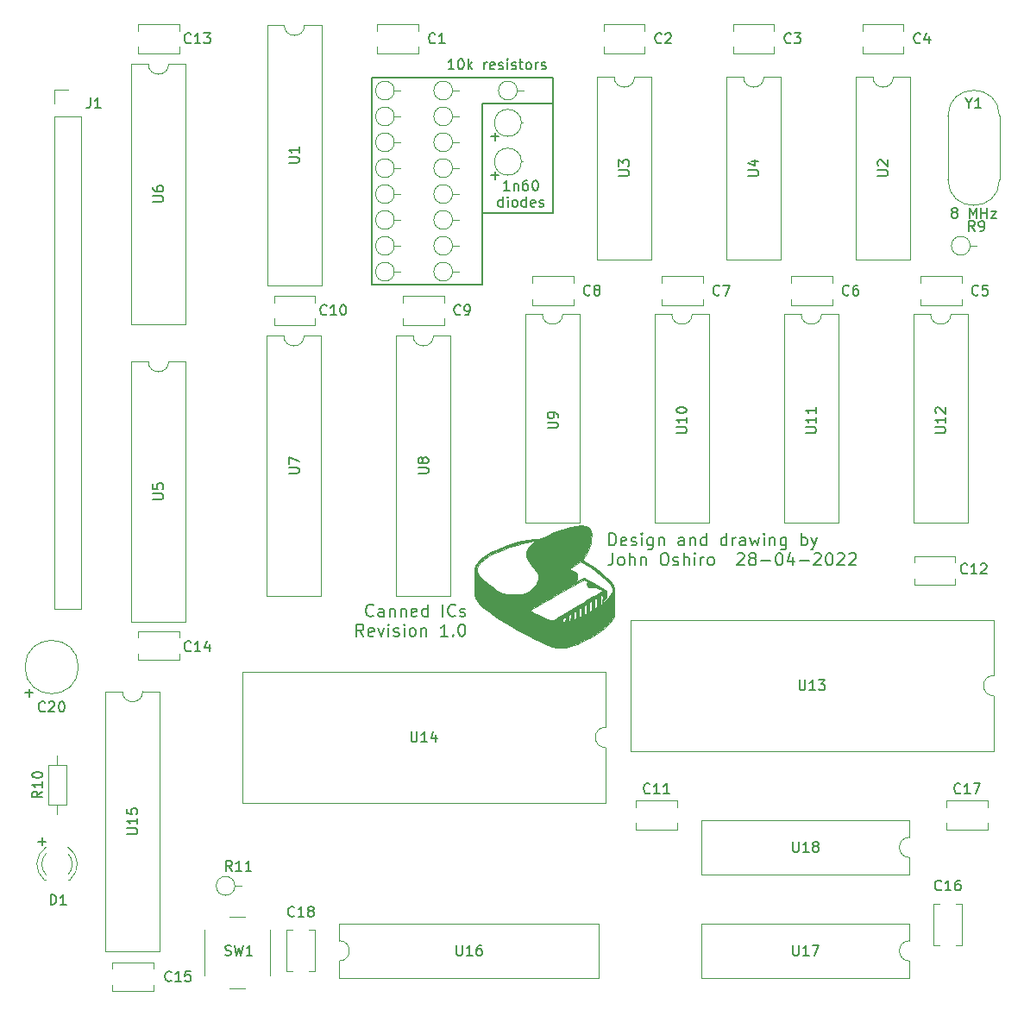
<source format=gbr>
%TF.GenerationSoftware,KiCad,Pcbnew,(6.0.4)*%
%TF.CreationDate,2022-05-02T14:31:14-05:00*%
%TF.ProjectId,Schematic,53636865-6d61-4746-9963-2e6b69636164,1.0*%
%TF.SameCoordinates,Original*%
%TF.FileFunction,Legend,Top*%
%TF.FilePolarity,Positive*%
%FSLAX46Y46*%
G04 Gerber Fmt 4.6, Leading zero omitted, Abs format (unit mm)*
G04 Created by KiCad (PCBNEW (6.0.4)) date 2022-05-02 14:31:14*
%MOMM*%
%LPD*%
G01*
G04 APERTURE LIST*
%ADD10C,0.150000*%
%ADD11C,0.200000*%
%ADD12C,0.120000*%
%ADD13C,0.010000*%
G04 APERTURE END LIST*
D10*
X131445000Y-55245000D02*
X124460000Y-55245000D01*
X124460000Y-66040000D02*
X131445000Y-66040000D01*
X124460000Y-73025000D02*
X113665000Y-73025000D01*
X113665000Y-52705000D02*
X131445000Y-52705000D01*
X113665000Y-73025000D02*
X113665000Y-52705000D01*
X124460000Y-55245000D02*
X124460000Y-73025000D01*
X131445000Y-66040000D02*
X131445000Y-55245000D01*
X131445000Y-52705000D02*
X131445000Y-55245000D01*
X127150952Y-63782380D02*
X126579523Y-63782380D01*
X126865238Y-63782380D02*
X126865238Y-62782380D01*
X126770000Y-62925238D01*
X126674761Y-63020476D01*
X126579523Y-63068095D01*
X127579523Y-63115714D02*
X127579523Y-63782380D01*
X127579523Y-63210952D02*
X127627142Y-63163333D01*
X127722380Y-63115714D01*
X127865238Y-63115714D01*
X127960476Y-63163333D01*
X128008095Y-63258571D01*
X128008095Y-63782380D01*
X128912857Y-62782380D02*
X128722380Y-62782380D01*
X128627142Y-62830000D01*
X128579523Y-62877619D01*
X128484285Y-63020476D01*
X128436666Y-63210952D01*
X128436666Y-63591904D01*
X128484285Y-63687142D01*
X128531904Y-63734761D01*
X128627142Y-63782380D01*
X128817619Y-63782380D01*
X128912857Y-63734761D01*
X128960476Y-63687142D01*
X129008095Y-63591904D01*
X129008095Y-63353809D01*
X128960476Y-63258571D01*
X128912857Y-63210952D01*
X128817619Y-63163333D01*
X128627142Y-63163333D01*
X128531904Y-63210952D01*
X128484285Y-63258571D01*
X128436666Y-63353809D01*
X129627142Y-62782380D02*
X129722380Y-62782380D01*
X129817619Y-62830000D01*
X129865238Y-62877619D01*
X129912857Y-62972857D01*
X129960476Y-63163333D01*
X129960476Y-63401428D01*
X129912857Y-63591904D01*
X129865238Y-63687142D01*
X129817619Y-63734761D01*
X129722380Y-63782380D01*
X129627142Y-63782380D01*
X129531904Y-63734761D01*
X129484285Y-63687142D01*
X129436666Y-63591904D01*
X129389047Y-63401428D01*
X129389047Y-63163333D01*
X129436666Y-62972857D01*
X129484285Y-62877619D01*
X129531904Y-62830000D01*
X129627142Y-62782380D01*
X126508095Y-65392380D02*
X126508095Y-64392380D01*
X126508095Y-65344761D02*
X126412857Y-65392380D01*
X126222380Y-65392380D01*
X126127142Y-65344761D01*
X126079523Y-65297142D01*
X126031904Y-65201904D01*
X126031904Y-64916190D01*
X126079523Y-64820952D01*
X126127142Y-64773333D01*
X126222380Y-64725714D01*
X126412857Y-64725714D01*
X126508095Y-64773333D01*
X126984285Y-65392380D02*
X126984285Y-64725714D01*
X126984285Y-64392380D02*
X126936666Y-64440000D01*
X126984285Y-64487619D01*
X127031904Y-64440000D01*
X126984285Y-64392380D01*
X126984285Y-64487619D01*
X127603333Y-65392380D02*
X127508095Y-65344761D01*
X127460476Y-65297142D01*
X127412857Y-65201904D01*
X127412857Y-64916190D01*
X127460476Y-64820952D01*
X127508095Y-64773333D01*
X127603333Y-64725714D01*
X127746190Y-64725714D01*
X127841428Y-64773333D01*
X127889047Y-64820952D01*
X127936666Y-64916190D01*
X127936666Y-65201904D01*
X127889047Y-65297142D01*
X127841428Y-65344761D01*
X127746190Y-65392380D01*
X127603333Y-65392380D01*
X128793809Y-65392380D02*
X128793809Y-64392380D01*
X128793809Y-65344761D02*
X128698571Y-65392380D01*
X128508095Y-65392380D01*
X128412857Y-65344761D01*
X128365238Y-65297142D01*
X128317619Y-65201904D01*
X128317619Y-64916190D01*
X128365238Y-64820952D01*
X128412857Y-64773333D01*
X128508095Y-64725714D01*
X128698571Y-64725714D01*
X128793809Y-64773333D01*
X129650952Y-65344761D02*
X129555714Y-65392380D01*
X129365238Y-65392380D01*
X129270000Y-65344761D01*
X129222380Y-65249523D01*
X129222380Y-64868571D01*
X129270000Y-64773333D01*
X129365238Y-64725714D01*
X129555714Y-64725714D01*
X129650952Y-64773333D01*
X129698571Y-64868571D01*
X129698571Y-64963809D01*
X129222380Y-65059047D01*
X130079523Y-65344761D02*
X130174761Y-65392380D01*
X130365238Y-65392380D01*
X130460476Y-65344761D01*
X130508095Y-65249523D01*
X130508095Y-65201904D01*
X130460476Y-65106666D01*
X130365238Y-65059047D01*
X130222380Y-65059047D01*
X130127142Y-65011428D01*
X130079523Y-64916190D01*
X130079523Y-64868571D01*
X130127142Y-64773333D01*
X130222380Y-64725714D01*
X130365238Y-64725714D01*
X130460476Y-64773333D01*
X121712023Y-51887380D02*
X121140595Y-51887380D01*
X121426309Y-51887380D02*
X121426309Y-50887380D01*
X121331071Y-51030238D01*
X121235833Y-51125476D01*
X121140595Y-51173095D01*
X122331071Y-50887380D02*
X122426309Y-50887380D01*
X122521547Y-50935000D01*
X122569166Y-50982619D01*
X122616785Y-51077857D01*
X122664404Y-51268333D01*
X122664404Y-51506428D01*
X122616785Y-51696904D01*
X122569166Y-51792142D01*
X122521547Y-51839761D01*
X122426309Y-51887380D01*
X122331071Y-51887380D01*
X122235833Y-51839761D01*
X122188214Y-51792142D01*
X122140595Y-51696904D01*
X122092976Y-51506428D01*
X122092976Y-51268333D01*
X122140595Y-51077857D01*
X122188214Y-50982619D01*
X122235833Y-50935000D01*
X122331071Y-50887380D01*
X123092976Y-51887380D02*
X123092976Y-50887380D01*
X123188214Y-51506428D02*
X123473928Y-51887380D01*
X123473928Y-51220714D02*
X123092976Y-51601666D01*
X124664404Y-51887380D02*
X124664404Y-51220714D01*
X124664404Y-51411190D02*
X124712023Y-51315952D01*
X124759642Y-51268333D01*
X124854880Y-51220714D01*
X124950119Y-51220714D01*
X125664404Y-51839761D02*
X125569166Y-51887380D01*
X125378690Y-51887380D01*
X125283452Y-51839761D01*
X125235833Y-51744523D01*
X125235833Y-51363571D01*
X125283452Y-51268333D01*
X125378690Y-51220714D01*
X125569166Y-51220714D01*
X125664404Y-51268333D01*
X125712023Y-51363571D01*
X125712023Y-51458809D01*
X125235833Y-51554047D01*
X126092976Y-51839761D02*
X126188214Y-51887380D01*
X126378690Y-51887380D01*
X126473928Y-51839761D01*
X126521547Y-51744523D01*
X126521547Y-51696904D01*
X126473928Y-51601666D01*
X126378690Y-51554047D01*
X126235833Y-51554047D01*
X126140595Y-51506428D01*
X126092976Y-51411190D01*
X126092976Y-51363571D01*
X126140595Y-51268333D01*
X126235833Y-51220714D01*
X126378690Y-51220714D01*
X126473928Y-51268333D01*
X126950119Y-51887380D02*
X126950119Y-51220714D01*
X126950119Y-50887380D02*
X126902500Y-50935000D01*
X126950119Y-50982619D01*
X126997738Y-50935000D01*
X126950119Y-50887380D01*
X126950119Y-50982619D01*
X127378690Y-51839761D02*
X127473928Y-51887380D01*
X127664404Y-51887380D01*
X127759642Y-51839761D01*
X127807261Y-51744523D01*
X127807261Y-51696904D01*
X127759642Y-51601666D01*
X127664404Y-51554047D01*
X127521547Y-51554047D01*
X127426309Y-51506428D01*
X127378690Y-51411190D01*
X127378690Y-51363571D01*
X127426309Y-51268333D01*
X127521547Y-51220714D01*
X127664404Y-51220714D01*
X127759642Y-51268333D01*
X128092976Y-51220714D02*
X128473928Y-51220714D01*
X128235833Y-50887380D02*
X128235833Y-51744523D01*
X128283452Y-51839761D01*
X128378690Y-51887380D01*
X128473928Y-51887380D01*
X128950119Y-51887380D02*
X128854880Y-51839761D01*
X128807261Y-51792142D01*
X128759642Y-51696904D01*
X128759642Y-51411190D01*
X128807261Y-51315952D01*
X128854880Y-51268333D01*
X128950119Y-51220714D01*
X129092976Y-51220714D01*
X129188214Y-51268333D01*
X129235833Y-51315952D01*
X129283452Y-51411190D01*
X129283452Y-51696904D01*
X129235833Y-51792142D01*
X129188214Y-51839761D01*
X129092976Y-51887380D01*
X128950119Y-51887380D01*
X129712023Y-51887380D02*
X129712023Y-51220714D01*
X129712023Y-51411190D02*
X129759642Y-51315952D01*
X129807261Y-51268333D01*
X129902500Y-51220714D01*
X129997738Y-51220714D01*
X130283452Y-51839761D02*
X130378690Y-51887380D01*
X130569166Y-51887380D01*
X130664404Y-51839761D01*
X130712023Y-51744523D01*
X130712023Y-51696904D01*
X130664404Y-51601666D01*
X130569166Y-51554047D01*
X130426309Y-51554047D01*
X130331071Y-51506428D01*
X130283452Y-51411190D01*
X130283452Y-51363571D01*
X130331071Y-51268333D01*
X130426309Y-51220714D01*
X130569166Y-51220714D01*
X130664404Y-51268333D01*
X80899047Y-127706428D02*
X81660952Y-127706428D01*
X81280000Y-128087380D02*
X81280000Y-127325476D01*
X125349047Y-58491428D02*
X126110952Y-58491428D01*
X125730000Y-58872380D02*
X125730000Y-58110476D01*
D11*
X113802857Y-105507571D02*
X113745714Y-105564714D01*
X113574285Y-105621857D01*
X113460000Y-105621857D01*
X113288571Y-105564714D01*
X113174285Y-105450428D01*
X113117142Y-105336142D01*
X113060000Y-105107571D01*
X113060000Y-104936142D01*
X113117142Y-104707571D01*
X113174285Y-104593285D01*
X113288571Y-104479000D01*
X113460000Y-104421857D01*
X113574285Y-104421857D01*
X113745714Y-104479000D01*
X113802857Y-104536142D01*
X114831428Y-105621857D02*
X114831428Y-104993285D01*
X114774285Y-104879000D01*
X114660000Y-104821857D01*
X114431428Y-104821857D01*
X114317142Y-104879000D01*
X114831428Y-105564714D02*
X114717142Y-105621857D01*
X114431428Y-105621857D01*
X114317142Y-105564714D01*
X114260000Y-105450428D01*
X114260000Y-105336142D01*
X114317142Y-105221857D01*
X114431428Y-105164714D01*
X114717142Y-105164714D01*
X114831428Y-105107571D01*
X115402857Y-104821857D02*
X115402857Y-105621857D01*
X115402857Y-104936142D02*
X115460000Y-104879000D01*
X115574285Y-104821857D01*
X115745714Y-104821857D01*
X115860000Y-104879000D01*
X115917142Y-104993285D01*
X115917142Y-105621857D01*
X116488571Y-104821857D02*
X116488571Y-105621857D01*
X116488571Y-104936142D02*
X116545714Y-104879000D01*
X116660000Y-104821857D01*
X116831428Y-104821857D01*
X116945714Y-104879000D01*
X117002857Y-104993285D01*
X117002857Y-105621857D01*
X118031428Y-105564714D02*
X117917142Y-105621857D01*
X117688571Y-105621857D01*
X117574285Y-105564714D01*
X117517142Y-105450428D01*
X117517142Y-104993285D01*
X117574285Y-104879000D01*
X117688571Y-104821857D01*
X117917142Y-104821857D01*
X118031428Y-104879000D01*
X118088571Y-104993285D01*
X118088571Y-105107571D01*
X117517142Y-105221857D01*
X119117142Y-105621857D02*
X119117142Y-104421857D01*
X119117142Y-105564714D02*
X119002857Y-105621857D01*
X118774285Y-105621857D01*
X118660000Y-105564714D01*
X118602857Y-105507571D01*
X118545714Y-105393285D01*
X118545714Y-105050428D01*
X118602857Y-104936142D01*
X118660000Y-104879000D01*
X118774285Y-104821857D01*
X119002857Y-104821857D01*
X119117142Y-104879000D01*
X120602857Y-105621857D02*
X120602857Y-104421857D01*
X121860000Y-105507571D02*
X121802857Y-105564714D01*
X121631428Y-105621857D01*
X121517142Y-105621857D01*
X121345714Y-105564714D01*
X121231428Y-105450428D01*
X121174285Y-105336142D01*
X121117142Y-105107571D01*
X121117142Y-104936142D01*
X121174285Y-104707571D01*
X121231428Y-104593285D01*
X121345714Y-104479000D01*
X121517142Y-104421857D01*
X121631428Y-104421857D01*
X121802857Y-104479000D01*
X121860000Y-104536142D01*
X122317142Y-105564714D02*
X122431428Y-105621857D01*
X122660000Y-105621857D01*
X122774285Y-105564714D01*
X122831428Y-105450428D01*
X122831428Y-105393285D01*
X122774285Y-105279000D01*
X122660000Y-105221857D01*
X122488571Y-105221857D01*
X122374285Y-105164714D01*
X122317142Y-105050428D01*
X122317142Y-104993285D01*
X122374285Y-104879000D01*
X122488571Y-104821857D01*
X122660000Y-104821857D01*
X122774285Y-104879000D01*
X112831428Y-107553857D02*
X112431428Y-106982428D01*
X112145714Y-107553857D02*
X112145714Y-106353857D01*
X112602857Y-106353857D01*
X112717142Y-106411000D01*
X112774285Y-106468142D01*
X112831428Y-106582428D01*
X112831428Y-106753857D01*
X112774285Y-106868142D01*
X112717142Y-106925285D01*
X112602857Y-106982428D01*
X112145714Y-106982428D01*
X113802857Y-107496714D02*
X113688571Y-107553857D01*
X113460000Y-107553857D01*
X113345714Y-107496714D01*
X113288571Y-107382428D01*
X113288571Y-106925285D01*
X113345714Y-106811000D01*
X113460000Y-106753857D01*
X113688571Y-106753857D01*
X113802857Y-106811000D01*
X113860000Y-106925285D01*
X113860000Y-107039571D01*
X113288571Y-107153857D01*
X114260000Y-106753857D02*
X114545714Y-107553857D01*
X114831428Y-106753857D01*
X115288571Y-107553857D02*
X115288571Y-106753857D01*
X115288571Y-106353857D02*
X115231428Y-106411000D01*
X115288571Y-106468142D01*
X115345714Y-106411000D01*
X115288571Y-106353857D01*
X115288571Y-106468142D01*
X115802857Y-107496714D02*
X115917142Y-107553857D01*
X116145714Y-107553857D01*
X116260000Y-107496714D01*
X116317142Y-107382428D01*
X116317142Y-107325285D01*
X116260000Y-107211000D01*
X116145714Y-107153857D01*
X115974285Y-107153857D01*
X115860000Y-107096714D01*
X115802857Y-106982428D01*
X115802857Y-106925285D01*
X115860000Y-106811000D01*
X115974285Y-106753857D01*
X116145714Y-106753857D01*
X116260000Y-106811000D01*
X116831428Y-107553857D02*
X116831428Y-106753857D01*
X116831428Y-106353857D02*
X116774285Y-106411000D01*
X116831428Y-106468142D01*
X116888571Y-106411000D01*
X116831428Y-106353857D01*
X116831428Y-106468142D01*
X117574285Y-107553857D02*
X117460000Y-107496714D01*
X117402857Y-107439571D01*
X117345714Y-107325285D01*
X117345714Y-106982428D01*
X117402857Y-106868142D01*
X117460000Y-106811000D01*
X117574285Y-106753857D01*
X117745714Y-106753857D01*
X117860000Y-106811000D01*
X117917142Y-106868142D01*
X117974285Y-106982428D01*
X117974285Y-107325285D01*
X117917142Y-107439571D01*
X117860000Y-107496714D01*
X117745714Y-107553857D01*
X117574285Y-107553857D01*
X118488571Y-106753857D02*
X118488571Y-107553857D01*
X118488571Y-106868142D02*
X118545714Y-106811000D01*
X118660000Y-106753857D01*
X118831428Y-106753857D01*
X118945714Y-106811000D01*
X119002857Y-106925285D01*
X119002857Y-107553857D01*
X121117142Y-107553857D02*
X120431428Y-107553857D01*
X120774285Y-107553857D02*
X120774285Y-106353857D01*
X120660000Y-106525285D01*
X120545714Y-106639571D01*
X120431428Y-106696714D01*
X121631428Y-107439571D02*
X121688571Y-107496714D01*
X121631428Y-107553857D01*
X121574285Y-107496714D01*
X121631428Y-107439571D01*
X121631428Y-107553857D01*
X122431428Y-106353857D02*
X122545714Y-106353857D01*
X122660000Y-106411000D01*
X122717142Y-106468142D01*
X122774285Y-106582428D01*
X122831428Y-106811000D01*
X122831428Y-107096714D01*
X122774285Y-107325285D01*
X122717142Y-107439571D01*
X122660000Y-107496714D01*
X122545714Y-107553857D01*
X122431428Y-107553857D01*
X122317142Y-107496714D01*
X122260000Y-107439571D01*
X122202857Y-107325285D01*
X122145714Y-107096714D01*
X122145714Y-106811000D01*
X122202857Y-106582428D01*
X122260000Y-106468142D01*
X122317142Y-106411000D01*
X122431428Y-106353857D01*
D10*
X79629047Y-113101428D02*
X80390952Y-113101428D01*
X80010000Y-113482380D02*
X80010000Y-112720476D01*
X125349047Y-62301428D02*
X126110952Y-62301428D01*
X125730000Y-62682380D02*
X125730000Y-61920476D01*
D11*
X136940714Y-98636857D02*
X136940714Y-97436857D01*
X137226428Y-97436857D01*
X137397857Y-97494000D01*
X137512142Y-97608285D01*
X137569285Y-97722571D01*
X137626428Y-97951142D01*
X137626428Y-98122571D01*
X137569285Y-98351142D01*
X137512142Y-98465428D01*
X137397857Y-98579714D01*
X137226428Y-98636857D01*
X136940714Y-98636857D01*
X138597857Y-98579714D02*
X138483571Y-98636857D01*
X138255000Y-98636857D01*
X138140714Y-98579714D01*
X138083571Y-98465428D01*
X138083571Y-98008285D01*
X138140714Y-97894000D01*
X138255000Y-97836857D01*
X138483571Y-97836857D01*
X138597857Y-97894000D01*
X138655000Y-98008285D01*
X138655000Y-98122571D01*
X138083571Y-98236857D01*
X139112142Y-98579714D02*
X139226428Y-98636857D01*
X139455000Y-98636857D01*
X139569285Y-98579714D01*
X139626428Y-98465428D01*
X139626428Y-98408285D01*
X139569285Y-98294000D01*
X139455000Y-98236857D01*
X139283571Y-98236857D01*
X139169285Y-98179714D01*
X139112142Y-98065428D01*
X139112142Y-98008285D01*
X139169285Y-97894000D01*
X139283571Y-97836857D01*
X139455000Y-97836857D01*
X139569285Y-97894000D01*
X140140714Y-98636857D02*
X140140714Y-97836857D01*
X140140714Y-97436857D02*
X140083571Y-97494000D01*
X140140714Y-97551142D01*
X140197857Y-97494000D01*
X140140714Y-97436857D01*
X140140714Y-97551142D01*
X141226428Y-97836857D02*
X141226428Y-98808285D01*
X141169285Y-98922571D01*
X141112142Y-98979714D01*
X140997857Y-99036857D01*
X140826428Y-99036857D01*
X140712142Y-98979714D01*
X141226428Y-98579714D02*
X141112142Y-98636857D01*
X140883571Y-98636857D01*
X140769285Y-98579714D01*
X140712142Y-98522571D01*
X140655000Y-98408285D01*
X140655000Y-98065428D01*
X140712142Y-97951142D01*
X140769285Y-97894000D01*
X140883571Y-97836857D01*
X141112142Y-97836857D01*
X141226428Y-97894000D01*
X141797857Y-97836857D02*
X141797857Y-98636857D01*
X141797857Y-97951142D02*
X141855000Y-97894000D01*
X141969285Y-97836857D01*
X142140714Y-97836857D01*
X142255000Y-97894000D01*
X142312142Y-98008285D01*
X142312142Y-98636857D01*
X144312142Y-98636857D02*
X144312142Y-98008285D01*
X144255000Y-97894000D01*
X144140714Y-97836857D01*
X143912142Y-97836857D01*
X143797857Y-97894000D01*
X144312142Y-98579714D02*
X144197857Y-98636857D01*
X143912142Y-98636857D01*
X143797857Y-98579714D01*
X143740714Y-98465428D01*
X143740714Y-98351142D01*
X143797857Y-98236857D01*
X143912142Y-98179714D01*
X144197857Y-98179714D01*
X144312142Y-98122571D01*
X144883571Y-97836857D02*
X144883571Y-98636857D01*
X144883571Y-97951142D02*
X144940714Y-97894000D01*
X145055000Y-97836857D01*
X145226428Y-97836857D01*
X145340714Y-97894000D01*
X145397857Y-98008285D01*
X145397857Y-98636857D01*
X146483571Y-98636857D02*
X146483571Y-97436857D01*
X146483571Y-98579714D02*
X146369285Y-98636857D01*
X146140714Y-98636857D01*
X146026428Y-98579714D01*
X145969285Y-98522571D01*
X145912142Y-98408285D01*
X145912142Y-98065428D01*
X145969285Y-97951142D01*
X146026428Y-97894000D01*
X146140714Y-97836857D01*
X146369285Y-97836857D01*
X146483571Y-97894000D01*
X148483571Y-98636857D02*
X148483571Y-97436857D01*
X148483571Y-98579714D02*
X148369285Y-98636857D01*
X148140714Y-98636857D01*
X148026428Y-98579714D01*
X147969285Y-98522571D01*
X147912142Y-98408285D01*
X147912142Y-98065428D01*
X147969285Y-97951142D01*
X148026428Y-97894000D01*
X148140714Y-97836857D01*
X148369285Y-97836857D01*
X148483571Y-97894000D01*
X149055000Y-98636857D02*
X149055000Y-97836857D01*
X149055000Y-98065428D02*
X149112142Y-97951142D01*
X149169285Y-97894000D01*
X149283571Y-97836857D01*
X149397857Y-97836857D01*
X150312142Y-98636857D02*
X150312142Y-98008285D01*
X150255000Y-97894000D01*
X150140714Y-97836857D01*
X149912142Y-97836857D01*
X149797857Y-97894000D01*
X150312142Y-98579714D02*
X150197857Y-98636857D01*
X149912142Y-98636857D01*
X149797857Y-98579714D01*
X149740714Y-98465428D01*
X149740714Y-98351142D01*
X149797857Y-98236857D01*
X149912142Y-98179714D01*
X150197857Y-98179714D01*
X150312142Y-98122571D01*
X150769285Y-97836857D02*
X150997857Y-98636857D01*
X151226428Y-98065428D01*
X151455000Y-98636857D01*
X151683571Y-97836857D01*
X152140714Y-98636857D02*
X152140714Y-97836857D01*
X152140714Y-97436857D02*
X152083571Y-97494000D01*
X152140714Y-97551142D01*
X152197857Y-97494000D01*
X152140714Y-97436857D01*
X152140714Y-97551142D01*
X152712142Y-97836857D02*
X152712142Y-98636857D01*
X152712142Y-97951142D02*
X152769285Y-97894000D01*
X152883571Y-97836857D01*
X153055000Y-97836857D01*
X153169285Y-97894000D01*
X153226428Y-98008285D01*
X153226428Y-98636857D01*
X154312142Y-97836857D02*
X154312142Y-98808285D01*
X154255000Y-98922571D01*
X154197857Y-98979714D01*
X154083571Y-99036857D01*
X153912142Y-99036857D01*
X153797857Y-98979714D01*
X154312142Y-98579714D02*
X154197857Y-98636857D01*
X153969285Y-98636857D01*
X153855000Y-98579714D01*
X153797857Y-98522571D01*
X153740714Y-98408285D01*
X153740714Y-98065428D01*
X153797857Y-97951142D01*
X153855000Y-97894000D01*
X153969285Y-97836857D01*
X154197857Y-97836857D01*
X154312142Y-97894000D01*
X155797857Y-98636857D02*
X155797857Y-97436857D01*
X155797857Y-97894000D02*
X155912142Y-97836857D01*
X156140714Y-97836857D01*
X156255000Y-97894000D01*
X156312142Y-97951142D01*
X156369285Y-98065428D01*
X156369285Y-98408285D01*
X156312142Y-98522571D01*
X156255000Y-98579714D01*
X156140714Y-98636857D01*
X155912142Y-98636857D01*
X155797857Y-98579714D01*
X156769285Y-97836857D02*
X157055000Y-98636857D01*
X157340714Y-97836857D02*
X157055000Y-98636857D01*
X156940714Y-98922571D01*
X156883571Y-98979714D01*
X156769285Y-99036857D01*
X137283571Y-99368857D02*
X137283571Y-100226000D01*
X137226428Y-100397428D01*
X137112142Y-100511714D01*
X136940714Y-100568857D01*
X136826428Y-100568857D01*
X138026428Y-100568857D02*
X137912142Y-100511714D01*
X137855000Y-100454571D01*
X137797857Y-100340285D01*
X137797857Y-99997428D01*
X137855000Y-99883142D01*
X137912142Y-99826000D01*
X138026428Y-99768857D01*
X138197857Y-99768857D01*
X138312142Y-99826000D01*
X138369285Y-99883142D01*
X138426428Y-99997428D01*
X138426428Y-100340285D01*
X138369285Y-100454571D01*
X138312142Y-100511714D01*
X138197857Y-100568857D01*
X138026428Y-100568857D01*
X138940714Y-100568857D02*
X138940714Y-99368857D01*
X139455000Y-100568857D02*
X139455000Y-99940285D01*
X139397857Y-99826000D01*
X139283571Y-99768857D01*
X139112142Y-99768857D01*
X138997857Y-99826000D01*
X138940714Y-99883142D01*
X140026428Y-99768857D02*
X140026428Y-100568857D01*
X140026428Y-99883142D02*
X140083571Y-99826000D01*
X140197857Y-99768857D01*
X140369285Y-99768857D01*
X140483571Y-99826000D01*
X140540714Y-99940285D01*
X140540714Y-100568857D01*
X142255000Y-99368857D02*
X142483571Y-99368857D01*
X142597857Y-99426000D01*
X142712142Y-99540285D01*
X142769285Y-99768857D01*
X142769285Y-100168857D01*
X142712142Y-100397428D01*
X142597857Y-100511714D01*
X142483571Y-100568857D01*
X142255000Y-100568857D01*
X142140714Y-100511714D01*
X142026428Y-100397428D01*
X141969285Y-100168857D01*
X141969285Y-99768857D01*
X142026428Y-99540285D01*
X142140714Y-99426000D01*
X142255000Y-99368857D01*
X143226428Y-100511714D02*
X143340714Y-100568857D01*
X143569285Y-100568857D01*
X143683571Y-100511714D01*
X143740714Y-100397428D01*
X143740714Y-100340285D01*
X143683571Y-100226000D01*
X143569285Y-100168857D01*
X143397857Y-100168857D01*
X143283571Y-100111714D01*
X143226428Y-99997428D01*
X143226428Y-99940285D01*
X143283571Y-99826000D01*
X143397857Y-99768857D01*
X143569285Y-99768857D01*
X143683571Y-99826000D01*
X144255000Y-100568857D02*
X144255000Y-99368857D01*
X144769285Y-100568857D02*
X144769285Y-99940285D01*
X144712142Y-99826000D01*
X144597857Y-99768857D01*
X144426428Y-99768857D01*
X144312142Y-99826000D01*
X144255000Y-99883142D01*
X145340714Y-100568857D02*
X145340714Y-99768857D01*
X145340714Y-99368857D02*
X145283571Y-99426000D01*
X145340714Y-99483142D01*
X145397857Y-99426000D01*
X145340714Y-99368857D01*
X145340714Y-99483142D01*
X145912142Y-100568857D02*
X145912142Y-99768857D01*
X145912142Y-99997428D02*
X145969285Y-99883142D01*
X146026428Y-99826000D01*
X146140714Y-99768857D01*
X146255000Y-99768857D01*
X146826428Y-100568857D02*
X146712142Y-100511714D01*
X146655000Y-100454571D01*
X146597857Y-100340285D01*
X146597857Y-99997428D01*
X146655000Y-99883142D01*
X146712142Y-99826000D01*
X146826428Y-99768857D01*
X146997857Y-99768857D01*
X147112142Y-99826000D01*
X147169285Y-99883142D01*
X147226428Y-99997428D01*
X147226428Y-100340285D01*
X147169285Y-100454571D01*
X147112142Y-100511714D01*
X146997857Y-100568857D01*
X146826428Y-100568857D01*
X149512142Y-99483142D02*
X149569285Y-99426000D01*
X149683571Y-99368857D01*
X149969285Y-99368857D01*
X150083571Y-99426000D01*
X150140714Y-99483142D01*
X150197857Y-99597428D01*
X150197857Y-99711714D01*
X150140714Y-99883142D01*
X149455000Y-100568857D01*
X150197857Y-100568857D01*
X150883571Y-99883142D02*
X150769285Y-99826000D01*
X150712142Y-99768857D01*
X150655000Y-99654571D01*
X150655000Y-99597428D01*
X150712142Y-99483142D01*
X150769285Y-99426000D01*
X150883571Y-99368857D01*
X151112142Y-99368857D01*
X151226428Y-99426000D01*
X151283571Y-99483142D01*
X151340714Y-99597428D01*
X151340714Y-99654571D01*
X151283571Y-99768857D01*
X151226428Y-99826000D01*
X151112142Y-99883142D01*
X150883571Y-99883142D01*
X150769285Y-99940285D01*
X150712142Y-99997428D01*
X150655000Y-100111714D01*
X150655000Y-100340285D01*
X150712142Y-100454571D01*
X150769285Y-100511714D01*
X150883571Y-100568857D01*
X151112142Y-100568857D01*
X151226428Y-100511714D01*
X151283571Y-100454571D01*
X151340714Y-100340285D01*
X151340714Y-100111714D01*
X151283571Y-99997428D01*
X151226428Y-99940285D01*
X151112142Y-99883142D01*
X151855000Y-100111714D02*
X152769285Y-100111714D01*
X153569285Y-99368857D02*
X153683571Y-99368857D01*
X153797857Y-99426000D01*
X153855000Y-99483142D01*
X153912142Y-99597428D01*
X153969285Y-99826000D01*
X153969285Y-100111714D01*
X153912142Y-100340285D01*
X153855000Y-100454571D01*
X153797857Y-100511714D01*
X153683571Y-100568857D01*
X153569285Y-100568857D01*
X153455000Y-100511714D01*
X153397857Y-100454571D01*
X153340714Y-100340285D01*
X153283571Y-100111714D01*
X153283571Y-99826000D01*
X153340714Y-99597428D01*
X153397857Y-99483142D01*
X153455000Y-99426000D01*
X153569285Y-99368857D01*
X154997857Y-99768857D02*
X154997857Y-100568857D01*
X154712142Y-99311714D02*
X154426428Y-100168857D01*
X155169285Y-100168857D01*
X155626428Y-100111714D02*
X156540714Y-100111714D01*
X157055000Y-99483142D02*
X157112142Y-99426000D01*
X157226428Y-99368857D01*
X157512142Y-99368857D01*
X157626428Y-99426000D01*
X157683571Y-99483142D01*
X157740714Y-99597428D01*
X157740714Y-99711714D01*
X157683571Y-99883142D01*
X156997857Y-100568857D01*
X157740714Y-100568857D01*
X158483571Y-99368857D02*
X158597857Y-99368857D01*
X158712142Y-99426000D01*
X158769285Y-99483142D01*
X158826428Y-99597428D01*
X158883571Y-99826000D01*
X158883571Y-100111714D01*
X158826428Y-100340285D01*
X158769285Y-100454571D01*
X158712142Y-100511714D01*
X158597857Y-100568857D01*
X158483571Y-100568857D01*
X158369285Y-100511714D01*
X158312142Y-100454571D01*
X158255000Y-100340285D01*
X158197857Y-100111714D01*
X158197857Y-99826000D01*
X158255000Y-99597428D01*
X158312142Y-99483142D01*
X158369285Y-99426000D01*
X158483571Y-99368857D01*
X159340714Y-99483142D02*
X159397857Y-99426000D01*
X159512142Y-99368857D01*
X159797857Y-99368857D01*
X159912142Y-99426000D01*
X159969285Y-99483142D01*
X160026428Y-99597428D01*
X160026428Y-99711714D01*
X159969285Y-99883142D01*
X159283571Y-100568857D01*
X160026428Y-100568857D01*
X160483571Y-99483142D02*
X160540714Y-99426000D01*
X160655000Y-99368857D01*
X160940714Y-99368857D01*
X161055000Y-99426000D01*
X161112142Y-99483142D01*
X161169285Y-99597428D01*
X161169285Y-99711714D01*
X161112142Y-99883142D01*
X160426428Y-100568857D01*
X161169285Y-100568857D01*
D10*
%TO.C,U1*%
X105497380Y-61086904D02*
X106306904Y-61086904D01*
X106402142Y-61039285D01*
X106449761Y-60991666D01*
X106497380Y-60896428D01*
X106497380Y-60705952D01*
X106449761Y-60610714D01*
X106402142Y-60563095D01*
X106306904Y-60515476D01*
X105497380Y-60515476D01*
X106497380Y-59515476D02*
X106497380Y-60086904D01*
X106497380Y-59801190D02*
X105497380Y-59801190D01*
X105640238Y-59896428D01*
X105735476Y-59991666D01*
X105783095Y-60086904D01*
%TO.C,U8*%
X118197380Y-91566904D02*
X119006904Y-91566904D01*
X119102142Y-91519285D01*
X119149761Y-91471666D01*
X119197380Y-91376428D01*
X119197380Y-91185952D01*
X119149761Y-91090714D01*
X119102142Y-91043095D01*
X119006904Y-90995476D01*
X118197380Y-90995476D01*
X118625952Y-90376428D02*
X118578333Y-90471666D01*
X118530714Y-90519285D01*
X118435476Y-90566904D01*
X118387857Y-90566904D01*
X118292619Y-90519285D01*
X118245000Y-90471666D01*
X118197380Y-90376428D01*
X118197380Y-90185952D01*
X118245000Y-90090714D01*
X118292619Y-90043095D01*
X118387857Y-89995476D01*
X118435476Y-89995476D01*
X118530714Y-90043095D01*
X118578333Y-90090714D01*
X118625952Y-90185952D01*
X118625952Y-90376428D01*
X118673571Y-90471666D01*
X118721190Y-90519285D01*
X118816428Y-90566904D01*
X119006904Y-90566904D01*
X119102142Y-90519285D01*
X119149761Y-90471666D01*
X119197380Y-90376428D01*
X119197380Y-90185952D01*
X119149761Y-90090714D01*
X119102142Y-90043095D01*
X119006904Y-89995476D01*
X118816428Y-89995476D01*
X118721190Y-90043095D01*
X118673571Y-90090714D01*
X118625952Y-90185952D01*
%TO.C,C16*%
X169537142Y-132397142D02*
X169489523Y-132444761D01*
X169346666Y-132492380D01*
X169251428Y-132492380D01*
X169108571Y-132444761D01*
X169013333Y-132349523D01*
X168965714Y-132254285D01*
X168918095Y-132063809D01*
X168918095Y-131920952D01*
X168965714Y-131730476D01*
X169013333Y-131635238D01*
X169108571Y-131540000D01*
X169251428Y-131492380D01*
X169346666Y-131492380D01*
X169489523Y-131540000D01*
X169537142Y-131587619D01*
X170489523Y-132492380D02*
X169918095Y-132492380D01*
X170203809Y-132492380D02*
X170203809Y-131492380D01*
X170108571Y-131635238D01*
X170013333Y-131730476D01*
X169918095Y-131778095D01*
X171346666Y-131492380D02*
X171156190Y-131492380D01*
X171060952Y-131540000D01*
X171013333Y-131587619D01*
X170918095Y-131730476D01*
X170870476Y-131920952D01*
X170870476Y-132301904D01*
X170918095Y-132397142D01*
X170965714Y-132444761D01*
X171060952Y-132492380D01*
X171251428Y-132492380D01*
X171346666Y-132444761D01*
X171394285Y-132397142D01*
X171441904Y-132301904D01*
X171441904Y-132063809D01*
X171394285Y-131968571D01*
X171346666Y-131920952D01*
X171251428Y-131873333D01*
X171060952Y-131873333D01*
X170965714Y-131920952D01*
X170918095Y-131968571D01*
X170870476Y-132063809D01*
%TO.C,U7*%
X105497380Y-91566904D02*
X106306904Y-91566904D01*
X106402142Y-91519285D01*
X106449761Y-91471666D01*
X106497380Y-91376428D01*
X106497380Y-91185952D01*
X106449761Y-91090714D01*
X106402142Y-91043095D01*
X106306904Y-90995476D01*
X105497380Y-90995476D01*
X105497380Y-90614523D02*
X105497380Y-89947857D01*
X106497380Y-90376428D01*
%TO.C,C18*%
X106037142Y-134977142D02*
X105989523Y-135024761D01*
X105846666Y-135072380D01*
X105751428Y-135072380D01*
X105608571Y-135024761D01*
X105513333Y-134929523D01*
X105465714Y-134834285D01*
X105418095Y-134643809D01*
X105418095Y-134500952D01*
X105465714Y-134310476D01*
X105513333Y-134215238D01*
X105608571Y-134120000D01*
X105751428Y-134072380D01*
X105846666Y-134072380D01*
X105989523Y-134120000D01*
X106037142Y-134167619D01*
X106989523Y-135072380D02*
X106418095Y-135072380D01*
X106703809Y-135072380D02*
X106703809Y-134072380D01*
X106608571Y-134215238D01*
X106513333Y-134310476D01*
X106418095Y-134358095D01*
X107560952Y-134500952D02*
X107465714Y-134453333D01*
X107418095Y-134405714D01*
X107370476Y-134310476D01*
X107370476Y-134262857D01*
X107418095Y-134167619D01*
X107465714Y-134120000D01*
X107560952Y-134072380D01*
X107751428Y-134072380D01*
X107846666Y-134120000D01*
X107894285Y-134167619D01*
X107941904Y-134262857D01*
X107941904Y-134310476D01*
X107894285Y-134405714D01*
X107846666Y-134453333D01*
X107751428Y-134500952D01*
X107560952Y-134500952D01*
X107465714Y-134548571D01*
X107418095Y-134596190D01*
X107370476Y-134691428D01*
X107370476Y-134881904D01*
X107418095Y-134977142D01*
X107465714Y-135024761D01*
X107560952Y-135072380D01*
X107751428Y-135072380D01*
X107846666Y-135024761D01*
X107894285Y-134977142D01*
X107941904Y-134881904D01*
X107941904Y-134691428D01*
X107894285Y-134596190D01*
X107846666Y-134548571D01*
X107751428Y-134500952D01*
%TO.C,C3*%
X154773333Y-49252142D02*
X154725714Y-49299761D01*
X154582857Y-49347380D01*
X154487619Y-49347380D01*
X154344761Y-49299761D01*
X154249523Y-49204523D01*
X154201904Y-49109285D01*
X154154285Y-48918809D01*
X154154285Y-48775952D01*
X154201904Y-48585476D01*
X154249523Y-48490238D01*
X154344761Y-48395000D01*
X154487619Y-48347380D01*
X154582857Y-48347380D01*
X154725714Y-48395000D01*
X154773333Y-48442619D01*
X155106666Y-48347380D02*
X155725714Y-48347380D01*
X155392380Y-48728333D01*
X155535238Y-48728333D01*
X155630476Y-48775952D01*
X155678095Y-48823571D01*
X155725714Y-48918809D01*
X155725714Y-49156904D01*
X155678095Y-49252142D01*
X155630476Y-49299761D01*
X155535238Y-49347380D01*
X155249523Y-49347380D01*
X155154285Y-49299761D01*
X155106666Y-49252142D01*
%TO.C,U2*%
X163282380Y-62356904D02*
X164091904Y-62356904D01*
X164187142Y-62309285D01*
X164234761Y-62261666D01*
X164282380Y-62166428D01*
X164282380Y-61975952D01*
X164234761Y-61880714D01*
X164187142Y-61833095D01*
X164091904Y-61785476D01*
X163282380Y-61785476D01*
X163377619Y-61356904D02*
X163330000Y-61309285D01*
X163282380Y-61214047D01*
X163282380Y-60975952D01*
X163330000Y-60880714D01*
X163377619Y-60833095D01*
X163472857Y-60785476D01*
X163568095Y-60785476D01*
X163710952Y-60833095D01*
X164282380Y-61404523D01*
X164282380Y-60785476D01*
%TO.C,C14*%
X95877142Y-108942142D02*
X95829523Y-108989761D01*
X95686666Y-109037380D01*
X95591428Y-109037380D01*
X95448571Y-108989761D01*
X95353333Y-108894523D01*
X95305714Y-108799285D01*
X95258095Y-108608809D01*
X95258095Y-108465952D01*
X95305714Y-108275476D01*
X95353333Y-108180238D01*
X95448571Y-108085000D01*
X95591428Y-108037380D01*
X95686666Y-108037380D01*
X95829523Y-108085000D01*
X95877142Y-108132619D01*
X96829523Y-109037380D02*
X96258095Y-109037380D01*
X96543809Y-109037380D02*
X96543809Y-108037380D01*
X96448571Y-108180238D01*
X96353333Y-108275476D01*
X96258095Y-108323095D01*
X97686666Y-108370714D02*
X97686666Y-109037380D01*
X97448571Y-107989761D02*
X97210476Y-108704047D01*
X97829523Y-108704047D01*
%TO.C,C17*%
X171422142Y-122902142D02*
X171374523Y-122949761D01*
X171231666Y-122997380D01*
X171136428Y-122997380D01*
X170993571Y-122949761D01*
X170898333Y-122854523D01*
X170850714Y-122759285D01*
X170803095Y-122568809D01*
X170803095Y-122425952D01*
X170850714Y-122235476D01*
X170898333Y-122140238D01*
X170993571Y-122045000D01*
X171136428Y-121997380D01*
X171231666Y-121997380D01*
X171374523Y-122045000D01*
X171422142Y-122092619D01*
X172374523Y-122997380D02*
X171803095Y-122997380D01*
X172088809Y-122997380D02*
X172088809Y-121997380D01*
X171993571Y-122140238D01*
X171898333Y-122235476D01*
X171803095Y-122283095D01*
X172707857Y-121997380D02*
X173374523Y-121997380D01*
X172945952Y-122997380D01*
%TO.C,C10*%
X109212142Y-75922142D02*
X109164523Y-75969761D01*
X109021666Y-76017380D01*
X108926428Y-76017380D01*
X108783571Y-75969761D01*
X108688333Y-75874523D01*
X108640714Y-75779285D01*
X108593095Y-75588809D01*
X108593095Y-75445952D01*
X108640714Y-75255476D01*
X108688333Y-75160238D01*
X108783571Y-75065000D01*
X108926428Y-75017380D01*
X109021666Y-75017380D01*
X109164523Y-75065000D01*
X109212142Y-75112619D01*
X110164523Y-76017380D02*
X109593095Y-76017380D01*
X109878809Y-76017380D02*
X109878809Y-75017380D01*
X109783571Y-75160238D01*
X109688333Y-75255476D01*
X109593095Y-75303095D01*
X110783571Y-75017380D02*
X110878809Y-75017380D01*
X110974047Y-75065000D01*
X111021666Y-75112619D01*
X111069285Y-75207857D01*
X111116904Y-75398333D01*
X111116904Y-75636428D01*
X111069285Y-75826904D01*
X111021666Y-75922142D01*
X110974047Y-75969761D01*
X110878809Y-76017380D01*
X110783571Y-76017380D01*
X110688333Y-75969761D01*
X110640714Y-75922142D01*
X110593095Y-75826904D01*
X110545476Y-75636428D01*
X110545476Y-75398333D01*
X110593095Y-75207857D01*
X110640714Y-75112619D01*
X110688333Y-75065000D01*
X110783571Y-75017380D01*
%TO.C,J1*%
X86026666Y-54697380D02*
X86026666Y-55411666D01*
X85979047Y-55554523D01*
X85883809Y-55649761D01*
X85740952Y-55697380D01*
X85645714Y-55697380D01*
X87026666Y-55697380D02*
X86455238Y-55697380D01*
X86740952Y-55697380D02*
X86740952Y-54697380D01*
X86645714Y-54840238D01*
X86550476Y-54935476D01*
X86455238Y-54983095D01*
%TO.C,C7*%
X147768333Y-73997142D02*
X147720714Y-74044761D01*
X147577857Y-74092380D01*
X147482619Y-74092380D01*
X147339761Y-74044761D01*
X147244523Y-73949523D01*
X147196904Y-73854285D01*
X147149285Y-73663809D01*
X147149285Y-73520952D01*
X147196904Y-73330476D01*
X147244523Y-73235238D01*
X147339761Y-73140000D01*
X147482619Y-73092380D01*
X147577857Y-73092380D01*
X147720714Y-73140000D01*
X147768333Y-73187619D01*
X148101666Y-73092380D02*
X148768333Y-73092380D01*
X148339761Y-74092380D01*
%TO.C,R10*%
X81310980Y-122791457D02*
X80834790Y-123124790D01*
X81310980Y-123362885D02*
X80310980Y-123362885D01*
X80310980Y-122981933D01*
X80358600Y-122886695D01*
X80406219Y-122839076D01*
X80501457Y-122791457D01*
X80644314Y-122791457D01*
X80739552Y-122839076D01*
X80787171Y-122886695D01*
X80834790Y-122981933D01*
X80834790Y-123362885D01*
X81310980Y-121839076D02*
X81310980Y-122410504D01*
X81310980Y-122124790D02*
X80310980Y-122124790D01*
X80453838Y-122220028D01*
X80549076Y-122315266D01*
X80596695Y-122410504D01*
X80310980Y-121220028D02*
X80310980Y-121124790D01*
X80358600Y-121029552D01*
X80406219Y-120981933D01*
X80501457Y-120934314D01*
X80691933Y-120886695D01*
X80930028Y-120886695D01*
X81120504Y-120934314D01*
X81215742Y-120981933D01*
X81263361Y-121029552D01*
X81310980Y-121124790D01*
X81310980Y-121220028D01*
X81263361Y-121315266D01*
X81215742Y-121362885D01*
X81120504Y-121410504D01*
X80930028Y-121458123D01*
X80691933Y-121458123D01*
X80501457Y-121410504D01*
X80406219Y-121362885D01*
X80358600Y-121315266D01*
X80310980Y-121220028D01*
%TO.C,U11*%
X156237380Y-87598095D02*
X157046904Y-87598095D01*
X157142142Y-87550476D01*
X157189761Y-87502857D01*
X157237380Y-87407619D01*
X157237380Y-87217142D01*
X157189761Y-87121904D01*
X157142142Y-87074285D01*
X157046904Y-87026666D01*
X156237380Y-87026666D01*
X157237380Y-86026666D02*
X157237380Y-86598095D01*
X157237380Y-86312380D02*
X156237380Y-86312380D01*
X156380238Y-86407619D01*
X156475476Y-86502857D01*
X156523095Y-86598095D01*
X157237380Y-85074285D02*
X157237380Y-85645714D01*
X157237380Y-85360000D02*
X156237380Y-85360000D01*
X156380238Y-85455238D01*
X156475476Y-85550476D01*
X156523095Y-85645714D01*
%TO.C,C1*%
X119848333Y-49252142D02*
X119800714Y-49299761D01*
X119657857Y-49347380D01*
X119562619Y-49347380D01*
X119419761Y-49299761D01*
X119324523Y-49204523D01*
X119276904Y-49109285D01*
X119229285Y-48918809D01*
X119229285Y-48775952D01*
X119276904Y-48585476D01*
X119324523Y-48490238D01*
X119419761Y-48395000D01*
X119562619Y-48347380D01*
X119657857Y-48347380D01*
X119800714Y-48395000D01*
X119848333Y-48442619D01*
X120800714Y-49347380D02*
X120229285Y-49347380D01*
X120515000Y-49347380D02*
X120515000Y-48347380D01*
X120419761Y-48490238D01*
X120324523Y-48585476D01*
X120229285Y-48633095D01*
%TO.C,C20*%
X81576942Y-114860342D02*
X81529323Y-114907961D01*
X81386466Y-114955580D01*
X81291228Y-114955580D01*
X81148371Y-114907961D01*
X81053133Y-114812723D01*
X81005514Y-114717485D01*
X80957895Y-114527009D01*
X80957895Y-114384152D01*
X81005514Y-114193676D01*
X81053133Y-114098438D01*
X81148371Y-114003200D01*
X81291228Y-113955580D01*
X81386466Y-113955580D01*
X81529323Y-114003200D01*
X81576942Y-114050819D01*
X81957895Y-114050819D02*
X82005514Y-114003200D01*
X82100752Y-113955580D01*
X82338847Y-113955580D01*
X82434085Y-114003200D01*
X82481704Y-114050819D01*
X82529323Y-114146057D01*
X82529323Y-114241295D01*
X82481704Y-114384152D01*
X81910276Y-114955580D01*
X82529323Y-114955580D01*
X83148371Y-113955580D02*
X83243609Y-113955580D01*
X83338847Y-114003200D01*
X83386466Y-114050819D01*
X83434085Y-114146057D01*
X83481704Y-114336533D01*
X83481704Y-114574628D01*
X83434085Y-114765104D01*
X83386466Y-114860342D01*
X83338847Y-114907961D01*
X83243609Y-114955580D01*
X83148371Y-114955580D01*
X83053133Y-114907961D01*
X83005514Y-114860342D01*
X82957895Y-114765104D01*
X82910276Y-114574628D01*
X82910276Y-114336533D01*
X82957895Y-114146057D01*
X83005514Y-114050819D01*
X83053133Y-114003200D01*
X83148371Y-113955580D01*
%TO.C,U18*%
X154971904Y-127722380D02*
X154971904Y-128531904D01*
X155019523Y-128627142D01*
X155067142Y-128674761D01*
X155162380Y-128722380D01*
X155352857Y-128722380D01*
X155448095Y-128674761D01*
X155495714Y-128627142D01*
X155543333Y-128531904D01*
X155543333Y-127722380D01*
X156543333Y-128722380D02*
X155971904Y-128722380D01*
X156257619Y-128722380D02*
X156257619Y-127722380D01*
X156162380Y-127865238D01*
X156067142Y-127960476D01*
X155971904Y-128008095D01*
X157114761Y-128150952D02*
X157019523Y-128103333D01*
X156971904Y-128055714D01*
X156924285Y-127960476D01*
X156924285Y-127912857D01*
X156971904Y-127817619D01*
X157019523Y-127770000D01*
X157114761Y-127722380D01*
X157305238Y-127722380D01*
X157400476Y-127770000D01*
X157448095Y-127817619D01*
X157495714Y-127912857D01*
X157495714Y-127960476D01*
X157448095Y-128055714D01*
X157400476Y-128103333D01*
X157305238Y-128150952D01*
X157114761Y-128150952D01*
X157019523Y-128198571D01*
X156971904Y-128246190D01*
X156924285Y-128341428D01*
X156924285Y-128531904D01*
X156971904Y-128627142D01*
X157019523Y-128674761D01*
X157114761Y-128722380D01*
X157305238Y-128722380D01*
X157400476Y-128674761D01*
X157448095Y-128627142D01*
X157495714Y-128531904D01*
X157495714Y-128341428D01*
X157448095Y-128246190D01*
X157400476Y-128198571D01*
X157305238Y-128150952D01*
%TO.C,Y1*%
X172243809Y-55221190D02*
X172243809Y-55697380D01*
X171910476Y-54697380D02*
X172243809Y-55221190D01*
X172577142Y-54697380D01*
X173434285Y-55697380D02*
X172862857Y-55697380D01*
X173148571Y-55697380D02*
X173148571Y-54697380D01*
X173053333Y-54840238D01*
X172958095Y-54935476D01*
X172862857Y-54983095D01*
X170743809Y-65920952D02*
X170648571Y-65873333D01*
X170600952Y-65825714D01*
X170553333Y-65730476D01*
X170553333Y-65682857D01*
X170600952Y-65587619D01*
X170648571Y-65540000D01*
X170743809Y-65492380D01*
X170934285Y-65492380D01*
X171029523Y-65540000D01*
X171077142Y-65587619D01*
X171124761Y-65682857D01*
X171124761Y-65730476D01*
X171077142Y-65825714D01*
X171029523Y-65873333D01*
X170934285Y-65920952D01*
X170743809Y-65920952D01*
X170648571Y-65968571D01*
X170600952Y-66016190D01*
X170553333Y-66111428D01*
X170553333Y-66301904D01*
X170600952Y-66397142D01*
X170648571Y-66444761D01*
X170743809Y-66492380D01*
X170934285Y-66492380D01*
X171029523Y-66444761D01*
X171077142Y-66397142D01*
X171124761Y-66301904D01*
X171124761Y-66111428D01*
X171077142Y-66016190D01*
X171029523Y-65968571D01*
X170934285Y-65920952D01*
X172315238Y-66492380D02*
X172315238Y-65492380D01*
X172648571Y-66206666D01*
X172981904Y-65492380D01*
X172981904Y-66492380D01*
X173458095Y-66492380D02*
X173458095Y-65492380D01*
X173458095Y-65968571D02*
X174029523Y-65968571D01*
X174029523Y-66492380D02*
X174029523Y-65492380D01*
X174410476Y-65825714D02*
X174934285Y-65825714D01*
X174410476Y-66492380D01*
X174934285Y-66492380D01*
%TO.C,C5*%
X173168333Y-73997142D02*
X173120714Y-74044761D01*
X172977857Y-74092380D01*
X172882619Y-74092380D01*
X172739761Y-74044761D01*
X172644523Y-73949523D01*
X172596904Y-73854285D01*
X172549285Y-73663809D01*
X172549285Y-73520952D01*
X172596904Y-73330476D01*
X172644523Y-73235238D01*
X172739761Y-73140000D01*
X172882619Y-73092380D01*
X172977857Y-73092380D01*
X173120714Y-73140000D01*
X173168333Y-73187619D01*
X174073095Y-73092380D02*
X173596904Y-73092380D01*
X173549285Y-73568571D01*
X173596904Y-73520952D01*
X173692142Y-73473333D01*
X173930238Y-73473333D01*
X174025476Y-73520952D01*
X174073095Y-73568571D01*
X174120714Y-73663809D01*
X174120714Y-73901904D01*
X174073095Y-73997142D01*
X174025476Y-74044761D01*
X173930238Y-74092380D01*
X173692142Y-74092380D01*
X173596904Y-74044761D01*
X173549285Y-73997142D01*
%TO.C,C6*%
X160468333Y-73997142D02*
X160420714Y-74044761D01*
X160277857Y-74092380D01*
X160182619Y-74092380D01*
X160039761Y-74044761D01*
X159944523Y-73949523D01*
X159896904Y-73854285D01*
X159849285Y-73663809D01*
X159849285Y-73520952D01*
X159896904Y-73330476D01*
X159944523Y-73235238D01*
X160039761Y-73140000D01*
X160182619Y-73092380D01*
X160277857Y-73092380D01*
X160420714Y-73140000D01*
X160468333Y-73187619D01*
X161325476Y-73092380D02*
X161135000Y-73092380D01*
X161039761Y-73140000D01*
X160992142Y-73187619D01*
X160896904Y-73330476D01*
X160849285Y-73520952D01*
X160849285Y-73901904D01*
X160896904Y-73997142D01*
X160944523Y-74044761D01*
X161039761Y-74092380D01*
X161230238Y-74092380D01*
X161325476Y-74044761D01*
X161373095Y-73997142D01*
X161420714Y-73901904D01*
X161420714Y-73663809D01*
X161373095Y-73568571D01*
X161325476Y-73520952D01*
X161230238Y-73473333D01*
X161039761Y-73473333D01*
X160944523Y-73520952D01*
X160896904Y-73568571D01*
X160849285Y-73663809D01*
%TO.C,U13*%
X155606904Y-111847380D02*
X155606904Y-112656904D01*
X155654523Y-112752142D01*
X155702142Y-112799761D01*
X155797380Y-112847380D01*
X155987857Y-112847380D01*
X156083095Y-112799761D01*
X156130714Y-112752142D01*
X156178333Y-112656904D01*
X156178333Y-111847380D01*
X157178333Y-112847380D02*
X156606904Y-112847380D01*
X156892619Y-112847380D02*
X156892619Y-111847380D01*
X156797380Y-111990238D01*
X156702142Y-112085476D01*
X156606904Y-112133095D01*
X157511666Y-111847380D02*
X158130714Y-111847380D01*
X157797380Y-112228333D01*
X157940238Y-112228333D01*
X158035476Y-112275952D01*
X158083095Y-112323571D01*
X158130714Y-112418809D01*
X158130714Y-112656904D01*
X158083095Y-112752142D01*
X158035476Y-112799761D01*
X157940238Y-112847380D01*
X157654523Y-112847380D01*
X157559285Y-112799761D01*
X157511666Y-112752142D01*
%TO.C,U5*%
X92162380Y-94106904D02*
X92971904Y-94106904D01*
X93067142Y-94059285D01*
X93114761Y-94011666D01*
X93162380Y-93916428D01*
X93162380Y-93725952D01*
X93114761Y-93630714D01*
X93067142Y-93583095D01*
X92971904Y-93535476D01*
X92162380Y-93535476D01*
X92162380Y-92583095D02*
X92162380Y-93059285D01*
X92638571Y-93106904D01*
X92590952Y-93059285D01*
X92543333Y-92964047D01*
X92543333Y-92725952D01*
X92590952Y-92630714D01*
X92638571Y-92583095D01*
X92733809Y-92535476D01*
X92971904Y-92535476D01*
X93067142Y-92583095D01*
X93114761Y-92630714D01*
X93162380Y-92725952D01*
X93162380Y-92964047D01*
X93114761Y-93059285D01*
X93067142Y-93106904D01*
%TO.C,U4*%
X150582380Y-62356904D02*
X151391904Y-62356904D01*
X151487142Y-62309285D01*
X151534761Y-62261666D01*
X151582380Y-62166428D01*
X151582380Y-61975952D01*
X151534761Y-61880714D01*
X151487142Y-61833095D01*
X151391904Y-61785476D01*
X150582380Y-61785476D01*
X150915714Y-60880714D02*
X151582380Y-60880714D01*
X150534761Y-61118809D02*
X151249047Y-61356904D01*
X151249047Y-60737857D01*
%TO.C,C4*%
X167473333Y-49252142D02*
X167425714Y-49299761D01*
X167282857Y-49347380D01*
X167187619Y-49347380D01*
X167044761Y-49299761D01*
X166949523Y-49204523D01*
X166901904Y-49109285D01*
X166854285Y-48918809D01*
X166854285Y-48775952D01*
X166901904Y-48585476D01*
X166949523Y-48490238D01*
X167044761Y-48395000D01*
X167187619Y-48347380D01*
X167282857Y-48347380D01*
X167425714Y-48395000D01*
X167473333Y-48442619D01*
X168330476Y-48680714D02*
X168330476Y-49347380D01*
X168092380Y-48299761D02*
X167854285Y-49014047D01*
X168473333Y-49014047D01*
%TO.C,C13*%
X95877142Y-49252142D02*
X95829523Y-49299761D01*
X95686666Y-49347380D01*
X95591428Y-49347380D01*
X95448571Y-49299761D01*
X95353333Y-49204523D01*
X95305714Y-49109285D01*
X95258095Y-48918809D01*
X95258095Y-48775952D01*
X95305714Y-48585476D01*
X95353333Y-48490238D01*
X95448571Y-48395000D01*
X95591428Y-48347380D01*
X95686666Y-48347380D01*
X95829523Y-48395000D01*
X95877142Y-48442619D01*
X96829523Y-49347380D02*
X96258095Y-49347380D01*
X96543809Y-49347380D02*
X96543809Y-48347380D01*
X96448571Y-48490238D01*
X96353333Y-48585476D01*
X96258095Y-48633095D01*
X97162857Y-48347380D02*
X97781904Y-48347380D01*
X97448571Y-48728333D01*
X97591428Y-48728333D01*
X97686666Y-48775952D01*
X97734285Y-48823571D01*
X97781904Y-48918809D01*
X97781904Y-49156904D01*
X97734285Y-49252142D01*
X97686666Y-49299761D01*
X97591428Y-49347380D01*
X97305714Y-49347380D01*
X97210476Y-49299761D01*
X97162857Y-49252142D01*
%TO.C,C11*%
X140942142Y-122902142D02*
X140894523Y-122949761D01*
X140751666Y-122997380D01*
X140656428Y-122997380D01*
X140513571Y-122949761D01*
X140418333Y-122854523D01*
X140370714Y-122759285D01*
X140323095Y-122568809D01*
X140323095Y-122425952D01*
X140370714Y-122235476D01*
X140418333Y-122140238D01*
X140513571Y-122045000D01*
X140656428Y-121997380D01*
X140751666Y-121997380D01*
X140894523Y-122045000D01*
X140942142Y-122092619D01*
X141894523Y-122997380D02*
X141323095Y-122997380D01*
X141608809Y-122997380D02*
X141608809Y-121997380D01*
X141513571Y-122140238D01*
X141418333Y-122235476D01*
X141323095Y-122283095D01*
X142846904Y-122997380D02*
X142275476Y-122997380D01*
X142561190Y-122997380D02*
X142561190Y-121997380D01*
X142465952Y-122140238D01*
X142370714Y-122235476D01*
X142275476Y-122283095D01*
%TO.C,D1*%
X82116704Y-133903980D02*
X82116704Y-132903980D01*
X82354800Y-132903980D01*
X82497657Y-132951600D01*
X82592895Y-133046838D01*
X82640514Y-133142076D01*
X82688133Y-133332552D01*
X82688133Y-133475409D01*
X82640514Y-133665885D01*
X82592895Y-133761123D01*
X82497657Y-133856361D01*
X82354800Y-133903980D01*
X82116704Y-133903980D01*
X83640514Y-133903980D02*
X83069085Y-133903980D01*
X83354800Y-133903980D02*
X83354800Y-132903980D01*
X83259561Y-133046838D01*
X83164323Y-133142076D01*
X83069085Y-133189695D01*
%TO.C,U17*%
X154971904Y-137882380D02*
X154971904Y-138691904D01*
X155019523Y-138787142D01*
X155067142Y-138834761D01*
X155162380Y-138882380D01*
X155352857Y-138882380D01*
X155448095Y-138834761D01*
X155495714Y-138787142D01*
X155543333Y-138691904D01*
X155543333Y-137882380D01*
X156543333Y-138882380D02*
X155971904Y-138882380D01*
X156257619Y-138882380D02*
X156257619Y-137882380D01*
X156162380Y-138025238D01*
X156067142Y-138120476D01*
X155971904Y-138168095D01*
X156876666Y-137882380D02*
X157543333Y-137882380D01*
X157114761Y-138882380D01*
%TO.C,SW1*%
X99250666Y-138834761D02*
X99393523Y-138882380D01*
X99631619Y-138882380D01*
X99726857Y-138834761D01*
X99774476Y-138787142D01*
X99822095Y-138691904D01*
X99822095Y-138596666D01*
X99774476Y-138501428D01*
X99726857Y-138453809D01*
X99631619Y-138406190D01*
X99441142Y-138358571D01*
X99345904Y-138310952D01*
X99298285Y-138263333D01*
X99250666Y-138168095D01*
X99250666Y-138072857D01*
X99298285Y-137977619D01*
X99345904Y-137930000D01*
X99441142Y-137882380D01*
X99679238Y-137882380D01*
X99822095Y-137930000D01*
X100155428Y-137882380D02*
X100393523Y-138882380D01*
X100584000Y-138168095D01*
X100774476Y-138882380D01*
X101012571Y-137882380D01*
X101917333Y-138882380D02*
X101345904Y-138882380D01*
X101631619Y-138882380D02*
X101631619Y-137882380D01*
X101536380Y-138025238D01*
X101441142Y-138120476D01*
X101345904Y-138168095D01*
%TO.C,U6*%
X92162380Y-64896904D02*
X92971904Y-64896904D01*
X93067142Y-64849285D01*
X93114761Y-64801666D01*
X93162380Y-64706428D01*
X93162380Y-64515952D01*
X93114761Y-64420714D01*
X93067142Y-64373095D01*
X92971904Y-64325476D01*
X92162380Y-64325476D01*
X92162380Y-63420714D02*
X92162380Y-63611190D01*
X92210000Y-63706428D01*
X92257619Y-63754047D01*
X92400476Y-63849285D01*
X92590952Y-63896904D01*
X92971904Y-63896904D01*
X93067142Y-63849285D01*
X93114761Y-63801666D01*
X93162380Y-63706428D01*
X93162380Y-63515952D01*
X93114761Y-63420714D01*
X93067142Y-63373095D01*
X92971904Y-63325476D01*
X92733809Y-63325476D01*
X92638571Y-63373095D01*
X92590952Y-63420714D01*
X92543333Y-63515952D01*
X92543333Y-63706428D01*
X92590952Y-63801666D01*
X92638571Y-63849285D01*
X92733809Y-63896904D01*
%TO.C,U12*%
X168937380Y-87598095D02*
X169746904Y-87598095D01*
X169842142Y-87550476D01*
X169889761Y-87502857D01*
X169937380Y-87407619D01*
X169937380Y-87217142D01*
X169889761Y-87121904D01*
X169842142Y-87074285D01*
X169746904Y-87026666D01*
X168937380Y-87026666D01*
X169937380Y-86026666D02*
X169937380Y-86598095D01*
X169937380Y-86312380D02*
X168937380Y-86312380D01*
X169080238Y-86407619D01*
X169175476Y-86502857D01*
X169223095Y-86598095D01*
X169032619Y-85645714D02*
X168985000Y-85598095D01*
X168937380Y-85502857D01*
X168937380Y-85264761D01*
X168985000Y-85169523D01*
X169032619Y-85121904D01*
X169127857Y-85074285D01*
X169223095Y-85074285D01*
X169365952Y-85121904D01*
X169937380Y-85693333D01*
X169937380Y-85074285D01*
%TO.C,U14*%
X117506904Y-116927380D02*
X117506904Y-117736904D01*
X117554523Y-117832142D01*
X117602142Y-117879761D01*
X117697380Y-117927380D01*
X117887857Y-117927380D01*
X117983095Y-117879761D01*
X118030714Y-117832142D01*
X118078333Y-117736904D01*
X118078333Y-116927380D01*
X119078333Y-117927380D02*
X118506904Y-117927380D01*
X118792619Y-117927380D02*
X118792619Y-116927380D01*
X118697380Y-117070238D01*
X118602142Y-117165476D01*
X118506904Y-117213095D01*
X119935476Y-117260714D02*
X119935476Y-117927380D01*
X119697380Y-116879761D02*
X119459285Y-117594047D01*
X120078333Y-117594047D01*
%TO.C,U16*%
X121951904Y-137882380D02*
X121951904Y-138691904D01*
X121999523Y-138787142D01*
X122047142Y-138834761D01*
X122142380Y-138882380D01*
X122332857Y-138882380D01*
X122428095Y-138834761D01*
X122475714Y-138787142D01*
X122523333Y-138691904D01*
X122523333Y-137882380D01*
X123523333Y-138882380D02*
X122951904Y-138882380D01*
X123237619Y-138882380D02*
X123237619Y-137882380D01*
X123142380Y-138025238D01*
X123047142Y-138120476D01*
X122951904Y-138168095D01*
X124380476Y-137882380D02*
X124190000Y-137882380D01*
X124094761Y-137930000D01*
X124047142Y-137977619D01*
X123951904Y-138120476D01*
X123904285Y-138310952D01*
X123904285Y-138691904D01*
X123951904Y-138787142D01*
X123999523Y-138834761D01*
X124094761Y-138882380D01*
X124285238Y-138882380D01*
X124380476Y-138834761D01*
X124428095Y-138787142D01*
X124475714Y-138691904D01*
X124475714Y-138453809D01*
X124428095Y-138358571D01*
X124380476Y-138310952D01*
X124285238Y-138263333D01*
X124094761Y-138263333D01*
X123999523Y-138310952D01*
X123951904Y-138358571D01*
X123904285Y-138453809D01*
%TO.C,U9*%
X130897380Y-87121904D02*
X131706904Y-87121904D01*
X131802142Y-87074285D01*
X131849761Y-87026666D01*
X131897380Y-86931428D01*
X131897380Y-86740952D01*
X131849761Y-86645714D01*
X131802142Y-86598095D01*
X131706904Y-86550476D01*
X130897380Y-86550476D01*
X131897380Y-86026666D02*
X131897380Y-85836190D01*
X131849761Y-85740952D01*
X131802142Y-85693333D01*
X131659285Y-85598095D01*
X131468809Y-85550476D01*
X131087857Y-85550476D01*
X130992619Y-85598095D01*
X130945000Y-85645714D01*
X130897380Y-85740952D01*
X130897380Y-85931428D01*
X130945000Y-86026666D01*
X130992619Y-86074285D01*
X131087857Y-86121904D01*
X131325952Y-86121904D01*
X131421190Y-86074285D01*
X131468809Y-86026666D01*
X131516428Y-85931428D01*
X131516428Y-85740952D01*
X131468809Y-85645714D01*
X131421190Y-85598095D01*
X131325952Y-85550476D01*
%TO.C,U3*%
X137882380Y-62356904D02*
X138691904Y-62356904D01*
X138787142Y-62309285D01*
X138834761Y-62261666D01*
X138882380Y-62166428D01*
X138882380Y-61975952D01*
X138834761Y-61880714D01*
X138787142Y-61833095D01*
X138691904Y-61785476D01*
X137882380Y-61785476D01*
X137882380Y-61404523D02*
X137882380Y-60785476D01*
X138263333Y-61118809D01*
X138263333Y-60975952D01*
X138310952Y-60880714D01*
X138358571Y-60833095D01*
X138453809Y-60785476D01*
X138691904Y-60785476D01*
X138787142Y-60833095D01*
X138834761Y-60880714D01*
X138882380Y-60975952D01*
X138882380Y-61261666D01*
X138834761Y-61356904D01*
X138787142Y-61404523D01*
%TO.C,U10*%
X143537380Y-87598095D02*
X144346904Y-87598095D01*
X144442142Y-87550476D01*
X144489761Y-87502857D01*
X144537380Y-87407619D01*
X144537380Y-87217142D01*
X144489761Y-87121904D01*
X144442142Y-87074285D01*
X144346904Y-87026666D01*
X143537380Y-87026666D01*
X144537380Y-86026666D02*
X144537380Y-86598095D01*
X144537380Y-86312380D02*
X143537380Y-86312380D01*
X143680238Y-86407619D01*
X143775476Y-86502857D01*
X143823095Y-86598095D01*
X143537380Y-85407619D02*
X143537380Y-85312380D01*
X143585000Y-85217142D01*
X143632619Y-85169523D01*
X143727857Y-85121904D01*
X143918333Y-85074285D01*
X144156428Y-85074285D01*
X144346904Y-85121904D01*
X144442142Y-85169523D01*
X144489761Y-85217142D01*
X144537380Y-85312380D01*
X144537380Y-85407619D01*
X144489761Y-85502857D01*
X144442142Y-85550476D01*
X144346904Y-85598095D01*
X144156428Y-85645714D01*
X143918333Y-85645714D01*
X143727857Y-85598095D01*
X143632619Y-85550476D01*
X143585000Y-85502857D01*
X143537380Y-85407619D01*
%TO.C,C8*%
X135068333Y-73997142D02*
X135020714Y-74044761D01*
X134877857Y-74092380D01*
X134782619Y-74092380D01*
X134639761Y-74044761D01*
X134544523Y-73949523D01*
X134496904Y-73854285D01*
X134449285Y-73663809D01*
X134449285Y-73520952D01*
X134496904Y-73330476D01*
X134544523Y-73235238D01*
X134639761Y-73140000D01*
X134782619Y-73092380D01*
X134877857Y-73092380D01*
X135020714Y-73140000D01*
X135068333Y-73187619D01*
X135639761Y-73520952D02*
X135544523Y-73473333D01*
X135496904Y-73425714D01*
X135449285Y-73330476D01*
X135449285Y-73282857D01*
X135496904Y-73187619D01*
X135544523Y-73140000D01*
X135639761Y-73092380D01*
X135830238Y-73092380D01*
X135925476Y-73140000D01*
X135973095Y-73187619D01*
X136020714Y-73282857D01*
X136020714Y-73330476D01*
X135973095Y-73425714D01*
X135925476Y-73473333D01*
X135830238Y-73520952D01*
X135639761Y-73520952D01*
X135544523Y-73568571D01*
X135496904Y-73616190D01*
X135449285Y-73711428D01*
X135449285Y-73901904D01*
X135496904Y-73997142D01*
X135544523Y-74044761D01*
X135639761Y-74092380D01*
X135830238Y-74092380D01*
X135925476Y-74044761D01*
X135973095Y-73997142D01*
X136020714Y-73901904D01*
X136020714Y-73711428D01*
X135973095Y-73616190D01*
X135925476Y-73568571D01*
X135830238Y-73520952D01*
%TO.C,C12*%
X172077142Y-101322142D02*
X172029523Y-101369761D01*
X171886666Y-101417380D01*
X171791428Y-101417380D01*
X171648571Y-101369761D01*
X171553333Y-101274523D01*
X171505714Y-101179285D01*
X171458095Y-100988809D01*
X171458095Y-100845952D01*
X171505714Y-100655476D01*
X171553333Y-100560238D01*
X171648571Y-100465000D01*
X171791428Y-100417380D01*
X171886666Y-100417380D01*
X172029523Y-100465000D01*
X172077142Y-100512619D01*
X173029523Y-101417380D02*
X172458095Y-101417380D01*
X172743809Y-101417380D02*
X172743809Y-100417380D01*
X172648571Y-100560238D01*
X172553333Y-100655476D01*
X172458095Y-100703095D01*
X173410476Y-100512619D02*
X173458095Y-100465000D01*
X173553333Y-100417380D01*
X173791428Y-100417380D01*
X173886666Y-100465000D01*
X173934285Y-100512619D01*
X173981904Y-100607857D01*
X173981904Y-100703095D01*
X173934285Y-100845952D01*
X173362857Y-101417380D01*
X173981904Y-101417380D01*
%TO.C,C9*%
X122348333Y-75922142D02*
X122300714Y-75969761D01*
X122157857Y-76017380D01*
X122062619Y-76017380D01*
X121919761Y-75969761D01*
X121824523Y-75874523D01*
X121776904Y-75779285D01*
X121729285Y-75588809D01*
X121729285Y-75445952D01*
X121776904Y-75255476D01*
X121824523Y-75160238D01*
X121919761Y-75065000D01*
X122062619Y-75017380D01*
X122157857Y-75017380D01*
X122300714Y-75065000D01*
X122348333Y-75112619D01*
X122824523Y-76017380D02*
X123015000Y-76017380D01*
X123110238Y-75969761D01*
X123157857Y-75922142D01*
X123253095Y-75779285D01*
X123300714Y-75588809D01*
X123300714Y-75207857D01*
X123253095Y-75112619D01*
X123205476Y-75065000D01*
X123110238Y-75017380D01*
X122919761Y-75017380D01*
X122824523Y-75065000D01*
X122776904Y-75112619D01*
X122729285Y-75207857D01*
X122729285Y-75445952D01*
X122776904Y-75541190D01*
X122824523Y-75588809D01*
X122919761Y-75636428D01*
X123110238Y-75636428D01*
X123205476Y-75588809D01*
X123253095Y-75541190D01*
X123300714Y-75445952D01*
%TO.C,R11*%
X99915742Y-130586980D02*
X99582409Y-130110790D01*
X99344314Y-130586980D02*
X99344314Y-129586980D01*
X99725266Y-129586980D01*
X99820504Y-129634600D01*
X99868123Y-129682219D01*
X99915742Y-129777457D01*
X99915742Y-129920314D01*
X99868123Y-130015552D01*
X99820504Y-130063171D01*
X99725266Y-130110790D01*
X99344314Y-130110790D01*
X100868123Y-130586980D02*
X100296695Y-130586980D01*
X100582409Y-130586980D02*
X100582409Y-129586980D01*
X100487171Y-129729838D01*
X100391933Y-129825076D01*
X100296695Y-129872695D01*
X101820504Y-130586980D02*
X101249076Y-130586980D01*
X101534790Y-130586980D02*
X101534790Y-129586980D01*
X101439552Y-129729838D01*
X101344314Y-129825076D01*
X101249076Y-129872695D01*
%TO.C,R9*%
X172823333Y-67762380D02*
X172490000Y-67286190D01*
X172251904Y-67762380D02*
X172251904Y-66762380D01*
X172632857Y-66762380D01*
X172728095Y-66810000D01*
X172775714Y-66857619D01*
X172823333Y-66952857D01*
X172823333Y-67095714D01*
X172775714Y-67190952D01*
X172728095Y-67238571D01*
X172632857Y-67286190D01*
X172251904Y-67286190D01*
X173299523Y-67762380D02*
X173490000Y-67762380D01*
X173585238Y-67714761D01*
X173632857Y-67667142D01*
X173728095Y-67524285D01*
X173775714Y-67333809D01*
X173775714Y-66952857D01*
X173728095Y-66857619D01*
X173680476Y-66810000D01*
X173585238Y-66762380D01*
X173394761Y-66762380D01*
X173299523Y-66810000D01*
X173251904Y-66857619D01*
X173204285Y-66952857D01*
X173204285Y-67190952D01*
X173251904Y-67286190D01*
X173299523Y-67333809D01*
X173394761Y-67381428D01*
X173585238Y-67381428D01*
X173680476Y-67333809D01*
X173728095Y-67286190D01*
X173775714Y-67190952D01*
%TO.C,U15*%
X89622380Y-126968095D02*
X90431904Y-126968095D01*
X90527142Y-126920476D01*
X90574761Y-126872857D01*
X90622380Y-126777619D01*
X90622380Y-126587142D01*
X90574761Y-126491904D01*
X90527142Y-126444285D01*
X90431904Y-126396666D01*
X89622380Y-126396666D01*
X90622380Y-125396666D02*
X90622380Y-125968095D01*
X90622380Y-125682380D02*
X89622380Y-125682380D01*
X89765238Y-125777619D01*
X89860476Y-125872857D01*
X89908095Y-125968095D01*
X89622380Y-124491904D02*
X89622380Y-124968095D01*
X90098571Y-125015714D01*
X90050952Y-124968095D01*
X90003333Y-124872857D01*
X90003333Y-124634761D01*
X90050952Y-124539523D01*
X90098571Y-124491904D01*
X90193809Y-124444285D01*
X90431904Y-124444285D01*
X90527142Y-124491904D01*
X90574761Y-124539523D01*
X90622380Y-124634761D01*
X90622380Y-124872857D01*
X90574761Y-124968095D01*
X90527142Y-125015714D01*
%TO.C,C15*%
X93972142Y-141327142D02*
X93924523Y-141374761D01*
X93781666Y-141422380D01*
X93686428Y-141422380D01*
X93543571Y-141374761D01*
X93448333Y-141279523D01*
X93400714Y-141184285D01*
X93353095Y-140993809D01*
X93353095Y-140850952D01*
X93400714Y-140660476D01*
X93448333Y-140565238D01*
X93543571Y-140470000D01*
X93686428Y-140422380D01*
X93781666Y-140422380D01*
X93924523Y-140470000D01*
X93972142Y-140517619D01*
X94924523Y-141422380D02*
X94353095Y-141422380D01*
X94638809Y-141422380D02*
X94638809Y-140422380D01*
X94543571Y-140565238D01*
X94448333Y-140660476D01*
X94353095Y-140708095D01*
X95829285Y-140422380D02*
X95353095Y-140422380D01*
X95305476Y-140898571D01*
X95353095Y-140850952D01*
X95448333Y-140803333D01*
X95686428Y-140803333D01*
X95781666Y-140850952D01*
X95829285Y-140898571D01*
X95876904Y-140993809D01*
X95876904Y-141231904D01*
X95829285Y-141327142D01*
X95781666Y-141374761D01*
X95686428Y-141422380D01*
X95448333Y-141422380D01*
X95353095Y-141374761D01*
X95305476Y-141327142D01*
%TO.C,C2*%
X142073333Y-49252142D02*
X142025714Y-49299761D01*
X141882857Y-49347380D01*
X141787619Y-49347380D01*
X141644761Y-49299761D01*
X141549523Y-49204523D01*
X141501904Y-49109285D01*
X141454285Y-48918809D01*
X141454285Y-48775952D01*
X141501904Y-48585476D01*
X141549523Y-48490238D01*
X141644761Y-48395000D01*
X141787619Y-48347380D01*
X141882857Y-48347380D01*
X142025714Y-48395000D01*
X142073333Y-48442619D01*
X142454285Y-48442619D02*
X142501904Y-48395000D01*
X142597142Y-48347380D01*
X142835238Y-48347380D01*
X142930476Y-48395000D01*
X142978095Y-48442619D01*
X143025714Y-48537857D01*
X143025714Y-48633095D01*
X142978095Y-48775952D01*
X142406666Y-49347380D01*
X143025714Y-49347380D01*
D12*
%TO.C,D3*%
X128326371Y-57150000D02*
X128440000Y-57150000D01*
X128326371Y-57150000D02*
G75*
G03*
X128326371Y-57150000I-1326371J0D01*
G01*
%TO.C,U1*%
X108695000Y-47565000D02*
X107045000Y-47565000D01*
X108695000Y-73085000D02*
X108695000Y-47565000D01*
X103395000Y-73085000D02*
X108695000Y-73085000D01*
X103395000Y-47565000D02*
X103395000Y-73085000D01*
X105045000Y-47565000D02*
X103395000Y-47565000D01*
X105045000Y-47565000D02*
G75*
G03*
X107045000Y-47565000I1000000J0D01*
G01*
%TO.C,U8*%
X116055000Y-78045000D02*
X116055000Y-103565000D01*
X121355000Y-78045000D02*
X119705000Y-78045000D01*
X121355000Y-103565000D02*
X121355000Y-78045000D01*
X116055000Y-103565000D02*
X121355000Y-103565000D01*
X117705000Y-78045000D02*
X116055000Y-78045000D01*
X117705000Y-78045000D02*
G75*
G03*
X119705000Y-78045000I1000000J0D01*
G01*
%TO.C,R2*%
X115855000Y-56515000D02*
X116475000Y-56515000D01*
X115855000Y-56515000D02*
G75*
G03*
X115855000Y-56515000I-920000J0D01*
G01*
%TO.C,R20*%
X121570000Y-53975000D02*
X122190000Y-53975000D01*
X121570000Y-53975000D02*
G75*
G03*
X121570000Y-53975000I-920000J0D01*
G01*
%TO.C,C16*%
X171600000Y-137890000D02*
X171600000Y-133850000D01*
X168760000Y-137890000D02*
X169385000Y-137890000D01*
X170975000Y-133850000D02*
X171600000Y-133850000D01*
X168760000Y-137890000D02*
X168760000Y-133850000D01*
X168760000Y-133850000D02*
X169385000Y-133850000D01*
X170975000Y-137890000D02*
X171600000Y-137890000D01*
%TO.C,U7*%
X108655000Y-78045000D02*
X107005000Y-78045000D01*
X105005000Y-78045000D02*
X103355000Y-78045000D01*
X108655000Y-103565000D02*
X108655000Y-78045000D01*
X103355000Y-103565000D02*
X108655000Y-103565000D01*
X103355000Y-78045000D02*
X103355000Y-103565000D01*
X105005000Y-78045000D02*
G75*
G03*
X107005000Y-78045000I1000000J0D01*
G01*
%TO.C,C18*%
X108100000Y-136390000D02*
X107475000Y-136390000D01*
X108100000Y-136390000D02*
X108100000Y-140430000D01*
X105885000Y-136390000D02*
X105260000Y-136390000D01*
X108100000Y-140430000D02*
X107475000Y-140430000D01*
X105885000Y-140430000D02*
X105260000Y-140430000D01*
X105260000Y-136390000D02*
X105260000Y-140430000D01*
%TO.C,C3*%
X153130000Y-47475000D02*
X153130000Y-48100000D01*
X153130000Y-49690000D02*
X153130000Y-50315000D01*
X149090000Y-47475000D02*
X149090000Y-48100000D01*
X149090000Y-47475000D02*
X153130000Y-47475000D01*
X149090000Y-50315000D02*
X153130000Y-50315000D01*
X149090000Y-49690000D02*
X149090000Y-50315000D01*
%TO.C,U2*%
X166480000Y-52645000D02*
X164830000Y-52645000D01*
X166480000Y-70545000D02*
X166480000Y-52645000D01*
X161180000Y-52645000D02*
X161180000Y-70545000D01*
X161180000Y-70545000D02*
X166480000Y-70545000D01*
X162830000Y-52645000D02*
X161180000Y-52645000D01*
X162830000Y-52645000D02*
G75*
G03*
X164830000Y-52645000I1000000J0D01*
G01*
%TO.C,C14*%
X94750000Y-107038000D02*
X90710000Y-107038000D01*
X94750000Y-109878000D02*
X94750000Y-109253000D01*
X90710000Y-107663000D02*
X90710000Y-107038000D01*
X94750000Y-107663000D02*
X94750000Y-107038000D01*
X90710000Y-109878000D02*
X90710000Y-109253000D01*
X94750000Y-109878000D02*
X90710000Y-109878000D01*
%TO.C,C17*%
X170045000Y-126515000D02*
X174085000Y-126515000D01*
X170045000Y-123675000D02*
X174085000Y-123675000D01*
X174085000Y-123675000D02*
X174085000Y-124300000D01*
X170045000Y-125890000D02*
X170045000Y-126515000D01*
X174085000Y-125890000D02*
X174085000Y-126515000D01*
X170045000Y-123675000D02*
X170045000Y-124300000D01*
%TO.C,C10*%
X104045000Y-74770000D02*
X104045000Y-74145000D01*
X108085000Y-74770000D02*
X108085000Y-74145000D01*
X104045000Y-76985000D02*
X104045000Y-76360000D01*
X108085000Y-76985000D02*
X108085000Y-76360000D01*
X108085000Y-74145000D02*
X104045000Y-74145000D01*
X108085000Y-76985000D02*
X104045000Y-76985000D01*
%TO.C,R6*%
X115855000Y-66675000D02*
X116475000Y-66675000D01*
X115855000Y-66675000D02*
G75*
G03*
X115855000Y-66675000I-920000J0D01*
G01*
%TO.C,R5*%
X115855000Y-64135000D02*
X116475000Y-64135000D01*
X115855000Y-64135000D02*
G75*
G03*
X115855000Y-64135000I-920000J0D01*
G01*
%TO.C,R17*%
X121570000Y-61595000D02*
X122190000Y-61595000D01*
X121570000Y-61595000D02*
G75*
G03*
X121570000Y-61595000I-920000J0D01*
G01*
%TO.C,J1*%
X82490000Y-56515000D02*
X85150000Y-56515000D01*
X82490000Y-55245000D02*
X82490000Y-53915000D01*
X82490000Y-104835000D02*
X85150000Y-104835000D01*
X82490000Y-56515000D02*
X82490000Y-104835000D01*
X82490000Y-53915000D02*
X83820000Y-53915000D01*
X85150000Y-56515000D02*
X85150000Y-104835000D01*
%TO.C,R18*%
X121570000Y-59055000D02*
X122190000Y-59055000D01*
X121570000Y-59055000D02*
G75*
G03*
X121570000Y-59055000I-920000J0D01*
G01*
%TO.C,G\u002A\u002A\u002A*%
G36*
X124340058Y-104496322D02*
G01*
X124048367Y-104198888D01*
X123863623Y-103945990D01*
X123848590Y-103918161D01*
X123811454Y-103830824D01*
X123782749Y-103719311D01*
X123761082Y-103566284D01*
X123745060Y-103354408D01*
X123733288Y-103066346D01*
X123724373Y-102684762D01*
X123718326Y-102297826D01*
X123712783Y-101838291D01*
X123711130Y-101484802D01*
X123714578Y-101218616D01*
X123723984Y-101028109D01*
X123955570Y-101028109D01*
X123962585Y-101219898D01*
X124032295Y-101402262D01*
X124175748Y-101597589D01*
X124403992Y-101828266D01*
X124587092Y-101993709D01*
X125102110Y-102435627D01*
X125544363Y-102787682D01*
X125921697Y-103055304D01*
X126241958Y-103243926D01*
X126512990Y-103358979D01*
X126591467Y-103381358D01*
X126895795Y-103433337D01*
X127261803Y-103460512D01*
X127655402Y-103463991D01*
X128042503Y-103444885D01*
X128389019Y-103404303D01*
X128660860Y-103343355D01*
X128746172Y-103311222D01*
X129025342Y-103147750D01*
X129327633Y-102911974D01*
X129612284Y-102638814D01*
X129816629Y-102394119D01*
X129941986Y-102178174D01*
X129990695Y-101953503D01*
X129994330Y-101843035D01*
X129986346Y-101665687D01*
X129954304Y-101508435D01*
X129886067Y-101346689D01*
X129769497Y-101155858D01*
X129598269Y-100919380D01*
X133056754Y-100919380D01*
X133105611Y-100962621D01*
X133236698Y-101046395D01*
X133421952Y-101152804D01*
X133427503Y-101155856D01*
X133801209Y-101361128D01*
X133801209Y-101704828D01*
X133795055Y-101907640D01*
X133765131Y-102027224D01*
X133694242Y-102104997D01*
X133614380Y-102154838D01*
X133488597Y-102239926D01*
X133428099Y-102307393D01*
X133427157Y-102313009D01*
X133477362Y-102307946D01*
X133612612Y-102251887D01*
X133809307Y-102155284D01*
X133941627Y-102085132D01*
X134456492Y-101805395D01*
X135564231Y-102435331D01*
X136671971Y-103065268D01*
X136671971Y-103426266D01*
X136665090Y-103639246D01*
X136635552Y-103767371D01*
X136570015Y-103850252D01*
X136515951Y-103889492D01*
X136407543Y-103989771D01*
X136359864Y-104090358D01*
X136384725Y-104155920D01*
X136423982Y-104164589D01*
X136498784Y-104123405D01*
X136629126Y-104016257D01*
X136762925Y-103889696D01*
X136958762Y-103666505D01*
X137126247Y-103425689D01*
X137245232Y-103200494D01*
X137295567Y-103024165D01*
X137296050Y-103010044D01*
X137241779Y-102793659D01*
X137084470Y-102528696D01*
X136832376Y-102223082D01*
X136493750Y-101884747D01*
X136076845Y-101521617D01*
X135589915Y-101141623D01*
X135041211Y-100752693D01*
X134736042Y-100550732D01*
X134164170Y-100180906D01*
X133611941Y-100534541D01*
X133384367Y-100682888D01*
X133201775Y-100806882D01*
X133086202Y-100891246D01*
X133056754Y-100919380D01*
X129598269Y-100919380D01*
X129592456Y-100911353D01*
X129430610Y-100700953D01*
X129249383Y-100457958D01*
X129086096Y-100220776D01*
X128964976Y-100025404D01*
X128926597Y-99952058D01*
X128820878Y-99601978D01*
X128835024Y-99264043D01*
X128970456Y-98933620D01*
X129228592Y-98606074D01*
X129383685Y-98459676D01*
X129713494Y-98170775D01*
X129495067Y-98208873D01*
X129194501Y-98268795D01*
X128812387Y-98355921D01*
X128386440Y-98460655D01*
X127954379Y-98573399D01*
X127553919Y-98684555D01*
X127222779Y-98784524D01*
X127185976Y-98796465D01*
X126411896Y-99072544D01*
X125735776Y-99360014D01*
X125162232Y-99655965D01*
X124695878Y-99957488D01*
X124341331Y-100261674D01*
X124103205Y-100565615D01*
X124000201Y-100804510D01*
X123955570Y-101028109D01*
X123723984Y-101028109D01*
X123724336Y-101020992D01*
X123741614Y-100873189D01*
X123767621Y-100756464D01*
X123803568Y-100652076D01*
X123828427Y-100592172D01*
X124031641Y-100263466D01*
X124356061Y-99936277D01*
X124798080Y-99612863D01*
X125354091Y-99295483D01*
X126020486Y-98986393D01*
X126793659Y-98687853D01*
X126967548Y-98627295D01*
X127725209Y-98385305D01*
X128410851Y-98201829D01*
X129013807Y-98079345D01*
X129523407Y-98020329D01*
X129595263Y-98016953D01*
X129870476Y-98003056D01*
X130078395Y-97976610D01*
X130264471Y-97925536D01*
X130474155Y-97837754D01*
X130718605Y-97718391D01*
X131525054Y-97354977D01*
X132375241Y-97045357D01*
X133129886Y-96830889D01*
X133699566Y-96719118D01*
X134182314Y-96680049D01*
X134574308Y-96713334D01*
X134871726Y-96818624D01*
X135070745Y-96995569D01*
X135079726Y-97008842D01*
X135182321Y-97265979D01*
X135218673Y-97603699D01*
X135193327Y-97999782D01*
X135110827Y-98432009D01*
X134975716Y-98878159D01*
X134792537Y-99316014D01*
X134565834Y-99723353D01*
X134506373Y-99812771D01*
X134415162Y-99956319D01*
X134369433Y-100050995D01*
X134369211Y-100068806D01*
X134428133Y-100109634D01*
X134569329Y-100204717D01*
X134770984Y-100339429D01*
X134986959Y-100483010D01*
X135620058Y-100921347D01*
X136169371Y-101339707D01*
X136628016Y-101731971D01*
X136989111Y-102092019D01*
X137245774Y-102413734D01*
X137342784Y-102577768D01*
X137383058Y-102667140D01*
X137413149Y-102764921D01*
X137434274Y-102889329D01*
X137447646Y-103058583D01*
X137454482Y-103290902D01*
X137455996Y-103604504D01*
X137453403Y-104017609D01*
X137451551Y-104208656D01*
X137437391Y-105594493D01*
X137234402Y-105910824D01*
X136948822Y-106274615D01*
X136560621Y-106649362D01*
X136090009Y-107023861D01*
X135557199Y-107386907D01*
X134982402Y-107727297D01*
X134385829Y-108033824D01*
X133787691Y-108295286D01*
X133208201Y-108500478D01*
X132667569Y-108638195D01*
X132209809Y-108696257D01*
X131907361Y-108700847D01*
X131665411Y-108676080D01*
X131421332Y-108613064D01*
X131277511Y-108563930D01*
X131019205Y-108461330D01*
X130674050Y-108309670D01*
X130264599Y-108119981D01*
X129813403Y-107903292D01*
X129343012Y-107670634D01*
X128875979Y-107433038D01*
X128434854Y-107201532D01*
X128042188Y-106987149D01*
X127966074Y-106944245D01*
X127171457Y-106481572D01*
X126444142Y-106034298D01*
X125790738Y-105607280D01*
X125217850Y-105205374D01*
X124902640Y-104964024D01*
X129169932Y-104964024D01*
X129195267Y-105015260D01*
X129315643Y-105104297D01*
X129510940Y-105220799D01*
X129761038Y-105354433D01*
X130045817Y-105494866D01*
X130345157Y-105631764D01*
X130638937Y-105754792D01*
X130892387Y-105848677D01*
X131124817Y-105924906D01*
X131308917Y-105980252D01*
X131415535Y-106006151D01*
X131429710Y-106006474D01*
X131473537Y-105980953D01*
X132365828Y-105980953D01*
X132380088Y-106112852D01*
X132441059Y-106154384D01*
X132506246Y-106150379D01*
X132604431Y-106110504D01*
X132652289Y-106003949D01*
X132666033Y-105896407D01*
X132670115Y-105773047D01*
X132927499Y-105773047D01*
X132935855Y-105943807D01*
X132969002Y-106018382D01*
X133036713Y-106025214D01*
X133106059Y-105981490D01*
X133145897Y-105865307D01*
X133164790Y-105677395D01*
X133166092Y-105508554D01*
X133426762Y-105508554D01*
X133434392Y-105715973D01*
X133467102Y-105819940D01*
X133539622Y-105841390D01*
X133640085Y-105811720D01*
X133699664Y-105753850D01*
X133730500Y-105621642D01*
X133738801Y-105406069D01*
X133736639Y-105258922D01*
X133926025Y-105258922D01*
X133931926Y-105487756D01*
X133957648Y-105612628D01*
X134015218Y-105654153D01*
X134116664Y-105632940D01*
X134139348Y-105624497D01*
X134194478Y-105573776D01*
X134225374Y-105457772D01*
X134237355Y-105251265D01*
X134237661Y-105210284D01*
X134433355Y-105210284D01*
X134450339Y-105348662D01*
X134498935Y-105402729D01*
X134588972Y-105392452D01*
X134638611Y-105374865D01*
X134689948Y-105329528D01*
X134720501Y-105225879D01*
X134734715Y-105039693D01*
X134737327Y-104836787D01*
X134737327Y-104668243D01*
X134986959Y-104668243D01*
X134988660Y-104914596D01*
X134997963Y-105057966D01*
X135021168Y-105120179D01*
X135064575Y-105123062D01*
X135111774Y-105100707D01*
X135175010Y-105051678D01*
X135212661Y-104969110D01*
X135231049Y-104824330D01*
X135236496Y-104588665D01*
X135236590Y-104534645D01*
X135235343Y-104354008D01*
X135486221Y-104354008D01*
X135487910Y-104601031D01*
X135497148Y-104745041D01*
X135520195Y-104807832D01*
X135563309Y-104811200D01*
X135611037Y-104788668D01*
X135675827Y-104737812D01*
X135713658Y-104651728D01*
X135731382Y-104500803D01*
X135735852Y-104255425D01*
X135735853Y-104249328D01*
X135732516Y-104012961D01*
X136047892Y-104012961D01*
X136049792Y-104249613D01*
X136060109Y-104383733D01*
X136085773Y-104437593D01*
X136133712Y-104433469D01*
X136172708Y-104414220D01*
X136237773Y-104363036D01*
X136275631Y-104276316D01*
X136293232Y-104124283D01*
X136297524Y-103879362D01*
X136295624Y-103642710D01*
X136285307Y-103508590D01*
X136259643Y-103454729D01*
X136211704Y-103458854D01*
X136172708Y-103478103D01*
X136107643Y-103529286D01*
X136069785Y-103616007D01*
X136052184Y-103768040D01*
X136047892Y-104012961D01*
X135732516Y-104012961D01*
X135732458Y-104008853D01*
X135718905Y-103870838D01*
X135690140Y-103813036D01*
X135641110Y-103813196D01*
X135637137Y-103814669D01*
X135537652Y-103847712D01*
X135512321Y-103852550D01*
X135500224Y-103910041D01*
X135491104Y-104062868D01*
X135486495Y-104281557D01*
X135486221Y-104354008D01*
X135235343Y-104354008D01*
X135234889Y-104288292D01*
X135225585Y-104144922D01*
X135202380Y-104082709D01*
X135158974Y-104079826D01*
X135111774Y-104102181D01*
X135048538Y-104151210D01*
X135010888Y-104233778D01*
X134992500Y-104378558D01*
X134987053Y-104614223D01*
X134986959Y-104668243D01*
X134737327Y-104668243D01*
X134737327Y-104336589D01*
X134596909Y-104429551D01*
X134520931Y-104497016D01*
X134475259Y-104596394D01*
X134450189Y-104760578D01*
X134438156Y-104967629D01*
X134433355Y-105210284D01*
X134237661Y-105210284D01*
X134238064Y-105156438D01*
X134233378Y-104942945D01*
X134221061Y-104789000D01*
X134203724Y-104726420D01*
X134202758Y-104726260D01*
X134125435Y-104752470D01*
X134046738Y-104790863D01*
X133979131Y-104848280D01*
X133942128Y-104950101D01*
X133927509Y-105128190D01*
X133926025Y-105258922D01*
X133736639Y-105258922D01*
X133735633Y-105190474D01*
X133717364Y-105078851D01*
X133670850Y-105050373D01*
X133582948Y-105084212D01*
X133547475Y-105102903D01*
X133474167Y-105168731D01*
X133437358Y-105287543D01*
X133426786Y-105493818D01*
X133426762Y-105508554D01*
X133166092Y-105508554D01*
X133166199Y-105494806D01*
X133149611Y-105376091D01*
X133130466Y-105350338D01*
X133019543Y-105407527D01*
X132948866Y-105565913D01*
X132927499Y-105773047D01*
X132670115Y-105773047D01*
X132671477Y-105731892D01*
X132637573Y-105671823D01*
X132544343Y-105697342D01*
X132486541Y-105726981D01*
X132386344Y-105848492D01*
X132365828Y-105980953D01*
X131473537Y-105980953D01*
X131488040Y-105972508D01*
X131642591Y-105880868D01*
X131882515Y-105738028D01*
X132196964Y-105550462D01*
X132575090Y-105324644D01*
X133006045Y-105067048D01*
X133478980Y-104784150D01*
X133879219Y-104544589D01*
X134376768Y-104246238D01*
X134839817Y-103967670D01*
X135257684Y-103715379D01*
X135619690Y-103495855D01*
X135915153Y-103315588D01*
X136133392Y-103181071D01*
X136263725Y-103098794D01*
X136297524Y-103074924D01*
X136248621Y-103033943D01*
X136123309Y-102952595D01*
X136019653Y-102890264D01*
X135833814Y-102793932D01*
X135673843Y-102754509D01*
X135475803Y-102759421D01*
X135397405Y-102767896D01*
X135091096Y-102773789D01*
X134880956Y-102710037D01*
X134770963Y-102578982D01*
X134762860Y-102394248D01*
X134772572Y-102243017D01*
X134708679Y-102146911D01*
X134626292Y-102091993D01*
X134452302Y-101989215D01*
X131840195Y-103447541D01*
X131315621Y-103740929D01*
X130823834Y-104016987D01*
X130375702Y-104269541D01*
X129982091Y-104492420D01*
X129653869Y-104679454D01*
X129401903Y-104824469D01*
X129237059Y-104921295D01*
X129170205Y-104963761D01*
X129169932Y-104964024D01*
X124902640Y-104964024D01*
X124732088Y-104833436D01*
X124340058Y-104496322D01*
G37*
D13*
X124340058Y-104496322D02*
X124048367Y-104198888D01*
X123863623Y-103945990D01*
X123848590Y-103918161D01*
X123811454Y-103830824D01*
X123782749Y-103719311D01*
X123761082Y-103566284D01*
X123745060Y-103354408D01*
X123733288Y-103066346D01*
X123724373Y-102684762D01*
X123718326Y-102297826D01*
X123712783Y-101838291D01*
X123711130Y-101484802D01*
X123714578Y-101218616D01*
X123723984Y-101028109D01*
X123955570Y-101028109D01*
X123962585Y-101219898D01*
X124032295Y-101402262D01*
X124175748Y-101597589D01*
X124403992Y-101828266D01*
X124587092Y-101993709D01*
X125102110Y-102435627D01*
X125544363Y-102787682D01*
X125921697Y-103055304D01*
X126241958Y-103243926D01*
X126512990Y-103358979D01*
X126591467Y-103381358D01*
X126895795Y-103433337D01*
X127261803Y-103460512D01*
X127655402Y-103463991D01*
X128042503Y-103444885D01*
X128389019Y-103404303D01*
X128660860Y-103343355D01*
X128746172Y-103311222D01*
X129025342Y-103147750D01*
X129327633Y-102911974D01*
X129612284Y-102638814D01*
X129816629Y-102394119D01*
X129941986Y-102178174D01*
X129990695Y-101953503D01*
X129994330Y-101843035D01*
X129986346Y-101665687D01*
X129954304Y-101508435D01*
X129886067Y-101346689D01*
X129769497Y-101155858D01*
X129598269Y-100919380D01*
X133056754Y-100919380D01*
X133105611Y-100962621D01*
X133236698Y-101046395D01*
X133421952Y-101152804D01*
X133427503Y-101155856D01*
X133801209Y-101361128D01*
X133801209Y-101704828D01*
X133795055Y-101907640D01*
X133765131Y-102027224D01*
X133694242Y-102104997D01*
X133614380Y-102154838D01*
X133488597Y-102239926D01*
X133428099Y-102307393D01*
X133427157Y-102313009D01*
X133477362Y-102307946D01*
X133612612Y-102251887D01*
X133809307Y-102155284D01*
X133941627Y-102085132D01*
X134456492Y-101805395D01*
X135564231Y-102435331D01*
X136671971Y-103065268D01*
X136671971Y-103426266D01*
X136665090Y-103639246D01*
X136635552Y-103767371D01*
X136570015Y-103850252D01*
X136515951Y-103889492D01*
X136407543Y-103989771D01*
X136359864Y-104090358D01*
X136384725Y-104155920D01*
X136423982Y-104164589D01*
X136498784Y-104123405D01*
X136629126Y-104016257D01*
X136762925Y-103889696D01*
X136958762Y-103666505D01*
X137126247Y-103425689D01*
X137245232Y-103200494D01*
X137295567Y-103024165D01*
X137296050Y-103010044D01*
X137241779Y-102793659D01*
X137084470Y-102528696D01*
X136832376Y-102223082D01*
X136493750Y-101884747D01*
X136076845Y-101521617D01*
X135589915Y-101141623D01*
X135041211Y-100752693D01*
X134736042Y-100550732D01*
X134164170Y-100180906D01*
X133611941Y-100534541D01*
X133384367Y-100682888D01*
X133201775Y-100806882D01*
X133086202Y-100891246D01*
X133056754Y-100919380D01*
X129598269Y-100919380D01*
X129592456Y-100911353D01*
X129430610Y-100700953D01*
X129249383Y-100457958D01*
X129086096Y-100220776D01*
X128964976Y-100025404D01*
X128926597Y-99952058D01*
X128820878Y-99601978D01*
X128835024Y-99264043D01*
X128970456Y-98933620D01*
X129228592Y-98606074D01*
X129383685Y-98459676D01*
X129713494Y-98170775D01*
X129495067Y-98208873D01*
X129194501Y-98268795D01*
X128812387Y-98355921D01*
X128386440Y-98460655D01*
X127954379Y-98573399D01*
X127553919Y-98684555D01*
X127222779Y-98784524D01*
X127185976Y-98796465D01*
X126411896Y-99072544D01*
X125735776Y-99360014D01*
X125162232Y-99655965D01*
X124695878Y-99957488D01*
X124341331Y-100261674D01*
X124103205Y-100565615D01*
X124000201Y-100804510D01*
X123955570Y-101028109D01*
X123723984Y-101028109D01*
X123724336Y-101020992D01*
X123741614Y-100873189D01*
X123767621Y-100756464D01*
X123803568Y-100652076D01*
X123828427Y-100592172D01*
X124031641Y-100263466D01*
X124356061Y-99936277D01*
X124798080Y-99612863D01*
X125354091Y-99295483D01*
X126020486Y-98986393D01*
X126793659Y-98687853D01*
X126967548Y-98627295D01*
X127725209Y-98385305D01*
X128410851Y-98201829D01*
X129013807Y-98079345D01*
X129523407Y-98020329D01*
X129595263Y-98016953D01*
X129870476Y-98003056D01*
X130078395Y-97976610D01*
X130264471Y-97925536D01*
X130474155Y-97837754D01*
X130718605Y-97718391D01*
X131525054Y-97354977D01*
X132375241Y-97045357D01*
X133129886Y-96830889D01*
X133699566Y-96719118D01*
X134182314Y-96680049D01*
X134574308Y-96713334D01*
X134871726Y-96818624D01*
X135070745Y-96995569D01*
X135079726Y-97008842D01*
X135182321Y-97265979D01*
X135218673Y-97603699D01*
X135193327Y-97999782D01*
X135110827Y-98432009D01*
X134975716Y-98878159D01*
X134792537Y-99316014D01*
X134565834Y-99723353D01*
X134506373Y-99812771D01*
X134415162Y-99956319D01*
X134369433Y-100050995D01*
X134369211Y-100068806D01*
X134428133Y-100109634D01*
X134569329Y-100204717D01*
X134770984Y-100339429D01*
X134986959Y-100483010D01*
X135620058Y-100921347D01*
X136169371Y-101339707D01*
X136628016Y-101731971D01*
X136989111Y-102092019D01*
X137245774Y-102413734D01*
X137342784Y-102577768D01*
X137383058Y-102667140D01*
X137413149Y-102764921D01*
X137434274Y-102889329D01*
X137447646Y-103058583D01*
X137454482Y-103290902D01*
X137455996Y-103604504D01*
X137453403Y-104017609D01*
X137451551Y-104208656D01*
X137437391Y-105594493D01*
X137234402Y-105910824D01*
X136948822Y-106274615D01*
X136560621Y-106649362D01*
X136090009Y-107023861D01*
X135557199Y-107386907D01*
X134982402Y-107727297D01*
X134385829Y-108033824D01*
X133787691Y-108295286D01*
X133208201Y-108500478D01*
X132667569Y-108638195D01*
X132209809Y-108696257D01*
X131907361Y-108700847D01*
X131665411Y-108676080D01*
X131421332Y-108613064D01*
X131277511Y-108563930D01*
X131019205Y-108461330D01*
X130674050Y-108309670D01*
X130264599Y-108119981D01*
X129813403Y-107903292D01*
X129343012Y-107670634D01*
X128875979Y-107433038D01*
X128434854Y-107201532D01*
X128042188Y-106987149D01*
X127966074Y-106944245D01*
X127171457Y-106481572D01*
X126444142Y-106034298D01*
X125790738Y-105607280D01*
X125217850Y-105205374D01*
X124902640Y-104964024D01*
X129169932Y-104964024D01*
X129195267Y-105015260D01*
X129315643Y-105104297D01*
X129510940Y-105220799D01*
X129761038Y-105354433D01*
X130045817Y-105494866D01*
X130345157Y-105631764D01*
X130638937Y-105754792D01*
X130892387Y-105848677D01*
X131124817Y-105924906D01*
X131308917Y-105980252D01*
X131415535Y-106006151D01*
X131429710Y-106006474D01*
X131473537Y-105980953D01*
X132365828Y-105980953D01*
X132380088Y-106112852D01*
X132441059Y-106154384D01*
X132506246Y-106150379D01*
X132604431Y-106110504D01*
X132652289Y-106003949D01*
X132666033Y-105896407D01*
X132670115Y-105773047D01*
X132927499Y-105773047D01*
X132935855Y-105943807D01*
X132969002Y-106018382D01*
X133036713Y-106025214D01*
X133106059Y-105981490D01*
X133145897Y-105865307D01*
X133164790Y-105677395D01*
X133166092Y-105508554D01*
X133426762Y-105508554D01*
X133434392Y-105715973D01*
X133467102Y-105819940D01*
X133539622Y-105841390D01*
X133640085Y-105811720D01*
X133699664Y-105753850D01*
X133730500Y-105621642D01*
X133738801Y-105406069D01*
X133736639Y-105258922D01*
X133926025Y-105258922D01*
X133931926Y-105487756D01*
X133957648Y-105612628D01*
X134015218Y-105654153D01*
X134116664Y-105632940D01*
X134139348Y-105624497D01*
X134194478Y-105573776D01*
X134225374Y-105457772D01*
X134237355Y-105251265D01*
X134237661Y-105210284D01*
X134433355Y-105210284D01*
X134450339Y-105348662D01*
X134498935Y-105402729D01*
X134588972Y-105392452D01*
X134638611Y-105374865D01*
X134689948Y-105329528D01*
X134720501Y-105225879D01*
X134734715Y-105039693D01*
X134737327Y-104836787D01*
X134737327Y-104668243D01*
X134986959Y-104668243D01*
X134988660Y-104914596D01*
X134997963Y-105057966D01*
X135021168Y-105120179D01*
X135064575Y-105123062D01*
X135111774Y-105100707D01*
X135175010Y-105051678D01*
X135212661Y-104969110D01*
X135231049Y-104824330D01*
X135236496Y-104588665D01*
X135236590Y-104534645D01*
X135235343Y-104354008D01*
X135486221Y-104354008D01*
X135487910Y-104601031D01*
X135497148Y-104745041D01*
X135520195Y-104807832D01*
X135563309Y-104811200D01*
X135611037Y-104788668D01*
X135675827Y-104737812D01*
X135713658Y-104651728D01*
X135731382Y-104500803D01*
X135735852Y-104255425D01*
X135735853Y-104249328D01*
X135732516Y-104012961D01*
X136047892Y-104012961D01*
X136049792Y-104249613D01*
X136060109Y-104383733D01*
X136085773Y-104437593D01*
X136133712Y-104433469D01*
X136172708Y-104414220D01*
X136237773Y-104363036D01*
X136275631Y-104276316D01*
X136293232Y-104124283D01*
X136297524Y-103879362D01*
X136295624Y-103642710D01*
X136285307Y-103508590D01*
X136259643Y-103454729D01*
X136211704Y-103458854D01*
X136172708Y-103478103D01*
X136107643Y-103529286D01*
X136069785Y-103616007D01*
X136052184Y-103768040D01*
X136047892Y-104012961D01*
X135732516Y-104012961D01*
X135732458Y-104008853D01*
X135718905Y-103870838D01*
X135690140Y-103813036D01*
X135641110Y-103813196D01*
X135637137Y-103814669D01*
X135537652Y-103847712D01*
X135512321Y-103852550D01*
X135500224Y-103910041D01*
X135491104Y-104062868D01*
X135486495Y-104281557D01*
X135486221Y-104354008D01*
X135235343Y-104354008D01*
X135234889Y-104288292D01*
X135225585Y-104144922D01*
X135202380Y-104082709D01*
X135158974Y-104079826D01*
X135111774Y-104102181D01*
X135048538Y-104151210D01*
X135010888Y-104233778D01*
X134992500Y-104378558D01*
X134987053Y-104614223D01*
X134986959Y-104668243D01*
X134737327Y-104668243D01*
X134737327Y-104336589D01*
X134596909Y-104429551D01*
X134520931Y-104497016D01*
X134475259Y-104596394D01*
X134450189Y-104760578D01*
X134438156Y-104967629D01*
X134433355Y-105210284D01*
X134237661Y-105210284D01*
X134238064Y-105156438D01*
X134233378Y-104942945D01*
X134221061Y-104789000D01*
X134203724Y-104726420D01*
X134202758Y-104726260D01*
X134125435Y-104752470D01*
X134046738Y-104790863D01*
X133979131Y-104848280D01*
X133942128Y-104950101D01*
X133927509Y-105128190D01*
X133926025Y-105258922D01*
X133736639Y-105258922D01*
X133735633Y-105190474D01*
X133717364Y-105078851D01*
X133670850Y-105050373D01*
X133582948Y-105084212D01*
X133547475Y-105102903D01*
X133474167Y-105168731D01*
X133437358Y-105287543D01*
X133426786Y-105493818D01*
X133426762Y-105508554D01*
X133166092Y-105508554D01*
X133166199Y-105494806D01*
X133149611Y-105376091D01*
X133130466Y-105350338D01*
X133019543Y-105407527D01*
X132948866Y-105565913D01*
X132927499Y-105773047D01*
X132670115Y-105773047D01*
X132671477Y-105731892D01*
X132637573Y-105671823D01*
X132544343Y-105697342D01*
X132486541Y-105726981D01*
X132386344Y-105848492D01*
X132365828Y-105980953D01*
X131473537Y-105980953D01*
X131488040Y-105972508D01*
X131642591Y-105880868D01*
X131882515Y-105738028D01*
X132196964Y-105550462D01*
X132575090Y-105324644D01*
X133006045Y-105067048D01*
X133478980Y-104784150D01*
X133879219Y-104544589D01*
X134376768Y-104246238D01*
X134839817Y-103967670D01*
X135257684Y-103715379D01*
X135619690Y-103495855D01*
X135915153Y-103315588D01*
X136133392Y-103181071D01*
X136263725Y-103098794D01*
X136297524Y-103074924D01*
X136248621Y-103033943D01*
X136123309Y-102952595D01*
X136019653Y-102890264D01*
X135833814Y-102793932D01*
X135673843Y-102754509D01*
X135475803Y-102759421D01*
X135397405Y-102767896D01*
X135091096Y-102773789D01*
X134880956Y-102710037D01*
X134770963Y-102578982D01*
X134762860Y-102394248D01*
X134772572Y-102243017D01*
X134708679Y-102146911D01*
X134626292Y-102091993D01*
X134452302Y-101989215D01*
X131840195Y-103447541D01*
X131315621Y-103740929D01*
X130823834Y-104016987D01*
X130375702Y-104269541D01*
X129982091Y-104492420D01*
X129653869Y-104679454D01*
X129401903Y-104824469D01*
X129237059Y-104921295D01*
X129170205Y-104963761D01*
X129169932Y-104964024D01*
X124902640Y-104964024D01*
X124732088Y-104833436D01*
X124340058Y-104496322D01*
D12*
%TO.C,R1*%
X115855000Y-53975000D02*
X116475000Y-53975000D01*
X115855000Y-53975000D02*
G75*
G03*
X115855000Y-53975000I-920000J0D01*
G01*
%TO.C,C7*%
X146165000Y-72220000D02*
X142125000Y-72220000D01*
X146165000Y-72845000D02*
X146165000Y-72220000D01*
X146165000Y-75060000D02*
X142125000Y-75060000D01*
X142125000Y-72845000D02*
X142125000Y-72220000D01*
X146165000Y-75060000D02*
X146165000Y-74435000D01*
X142125000Y-75060000D02*
X142125000Y-74435000D01*
%TO.C,R4*%
X115855000Y-61595000D02*
X116475000Y-61595000D01*
X115855000Y-61595000D02*
G75*
G03*
X115855000Y-61595000I-920000J0D01*
G01*
%TO.C,R10*%
X81858600Y-124068600D02*
X83698600Y-124068600D01*
X81858600Y-120228600D02*
X81858600Y-124068600D01*
X82778600Y-119278600D02*
X82778600Y-120228600D01*
X83698600Y-120228600D02*
X81858600Y-120228600D01*
X82778600Y-125018600D02*
X82778600Y-124068600D01*
X83698600Y-124068600D02*
X83698600Y-120228600D01*
%TO.C,U11*%
X154135000Y-75916800D02*
X154135000Y-96356800D01*
X159435000Y-96356800D02*
X159435000Y-75916800D01*
X159435000Y-75916800D02*
X157785000Y-75916800D01*
X155785000Y-75916800D02*
X154135000Y-75916800D01*
X154135000Y-96356800D02*
X159435000Y-96356800D01*
X155785000Y-75916800D02*
G75*
G03*
X157785000Y-75916800I1000000J0D01*
G01*
%TO.C,C1*%
X118205000Y-47475000D02*
X118205000Y-48100000D01*
X118205000Y-49690000D02*
X118205000Y-50315000D01*
X114165000Y-47475000D02*
X114165000Y-48100000D01*
X114165000Y-49690000D02*
X114165000Y-50315000D01*
X114165000Y-47475000D02*
X118205000Y-47475000D01*
X114165000Y-50315000D02*
X118205000Y-50315000D01*
%TO.C,R14*%
X121570000Y-69215000D02*
X122190000Y-69215000D01*
X121570000Y-69215000D02*
G75*
G03*
X121570000Y-69215000I-920000J0D01*
G01*
%TO.C,C20*%
X84849200Y-110566200D02*
G75*
G03*
X84849200Y-110566200I-2620000J0D01*
G01*
%TO.C,R12*%
X127920000Y-53975000D02*
X128540000Y-53975000D01*
X127920000Y-53975000D02*
G75*
G03*
X127920000Y-53975000I-920000J0D01*
G01*
%TO.C,R15*%
X121570000Y-66675000D02*
X122190000Y-66675000D01*
X121570000Y-66675000D02*
G75*
G03*
X121570000Y-66675000I-920000J0D01*
G01*
%TO.C,U18*%
X145990000Y-125620000D02*
X145990000Y-130920000D01*
X166430000Y-130920000D02*
X166430000Y-129270000D01*
X166430000Y-125620000D02*
X145990000Y-125620000D01*
X145990000Y-130920000D02*
X166430000Y-130920000D01*
X166430000Y-127270000D02*
X166430000Y-125620000D01*
X166430000Y-127270000D02*
G75*
G03*
X166430000Y-129270000I0J-1000000D01*
G01*
%TO.C,Y1*%
X175245000Y-62725000D02*
X175245000Y-56475000D01*
X170195000Y-62725000D02*
X170195000Y-56475000D01*
X175245000Y-56475000D02*
G75*
G03*
X170195000Y-56475000I-2525000J0D01*
G01*
X170195000Y-62725000D02*
G75*
G03*
X175245000Y-62725000I2525000J0D01*
G01*
%TO.C,R7*%
X115855000Y-69215000D02*
X116475000Y-69215000D01*
X115855000Y-69215000D02*
G75*
G03*
X115855000Y-69215000I-920000J0D01*
G01*
%TO.C,C5*%
X171565000Y-75060000D02*
X171565000Y-74435000D01*
X171565000Y-75060000D02*
X167525000Y-75060000D01*
X171565000Y-72845000D02*
X171565000Y-72220000D01*
X167525000Y-75060000D02*
X167525000Y-74435000D01*
X167525000Y-72845000D02*
X167525000Y-72220000D01*
X171565000Y-72220000D02*
X167525000Y-72220000D01*
%TO.C,C6*%
X158865000Y-72220000D02*
X154825000Y-72220000D01*
X154825000Y-72845000D02*
X154825000Y-72220000D01*
X158865000Y-75060000D02*
X158865000Y-74435000D01*
X158865000Y-72845000D02*
X158865000Y-72220000D01*
X158865000Y-75060000D02*
X154825000Y-75060000D01*
X154825000Y-75060000D02*
X154825000Y-74435000D01*
%TO.C,U13*%
X139005000Y-118855000D02*
X174685000Y-118855000D01*
X174685000Y-111395000D02*
X174685000Y-105935000D01*
X174685000Y-105935000D02*
X139005000Y-105935000D01*
X139005000Y-105935000D02*
X139005000Y-118855000D01*
X174685000Y-118855000D02*
X174685000Y-113395000D01*
X174685000Y-111395000D02*
G75*
G03*
X174685000Y-113395000I0J-1000000D01*
G01*
%TO.C,U5*%
X90060000Y-80585000D02*
X90060000Y-106105000D01*
X95360000Y-106105000D02*
X95360000Y-80585000D01*
X90060000Y-106105000D02*
X95360000Y-106105000D01*
X91710000Y-80585000D02*
X90060000Y-80585000D01*
X95360000Y-80585000D02*
X93710000Y-80585000D01*
X91710000Y-80585000D02*
G75*
G03*
X93710000Y-80585000I1000000J0D01*
G01*
%TO.C,U4*%
X148480000Y-52645000D02*
X148480000Y-70545000D01*
X153780000Y-52645000D02*
X152130000Y-52645000D01*
X150130000Y-52645000D02*
X148480000Y-52645000D01*
X153780000Y-70545000D02*
X153780000Y-52645000D01*
X148480000Y-70545000D02*
X153780000Y-70545000D01*
X150130000Y-52645000D02*
G75*
G03*
X152130000Y-52645000I1000000J0D01*
G01*
%TO.C,C4*%
X161790000Y-47475000D02*
X161790000Y-48100000D01*
X161790000Y-49690000D02*
X161790000Y-50315000D01*
X165830000Y-47475000D02*
X165830000Y-48100000D01*
X165830000Y-49690000D02*
X165830000Y-50315000D01*
X161790000Y-50315000D02*
X165830000Y-50315000D01*
X161790000Y-47475000D02*
X165830000Y-47475000D01*
%TO.C,C13*%
X90710000Y-48100000D02*
X90710000Y-47475000D01*
X94750000Y-47475000D02*
X90710000Y-47475000D01*
X94750000Y-48100000D02*
X94750000Y-47475000D01*
X94750000Y-50315000D02*
X94750000Y-49690000D01*
X90710000Y-50315000D02*
X90710000Y-49690000D01*
X94750000Y-50315000D02*
X90710000Y-50315000D01*
%TO.C,R16*%
X121570000Y-64135000D02*
X122190000Y-64135000D01*
X121570000Y-64135000D02*
G75*
G03*
X121570000Y-64135000I-920000J0D01*
G01*
%TO.C,C11*%
X139565000Y-123675000D02*
X139565000Y-124300000D01*
X143605000Y-125890000D02*
X143605000Y-126515000D01*
X139565000Y-125890000D02*
X139565000Y-126515000D01*
X139565000Y-123675000D02*
X143605000Y-123675000D01*
X143605000Y-123675000D02*
X143605000Y-124300000D01*
X139565000Y-126515000D02*
X143605000Y-126515000D01*
%TO.C,D1*%
X83833200Y-131481000D02*
X83989200Y-131481000D01*
X81517200Y-131481000D02*
X81673200Y-131481000D01*
X83988716Y-131481000D02*
G75*
G03*
X83831808Y-128248665I-1235516J1560000D01*
G01*
X81674592Y-128248665D02*
G75*
G03*
X81517684Y-131481000I1078608J-1672335D01*
G01*
X81673363Y-128879870D02*
G75*
G03*
X81673200Y-130961961I1079837J-1041130D01*
G01*
X83833200Y-130961961D02*
G75*
G03*
X83833037Y-128879870I-1080000J1040961D01*
G01*
%TO.C,U17*%
X166430000Y-135780000D02*
X145990000Y-135780000D01*
X145990000Y-135780000D02*
X145990000Y-141080000D01*
X166430000Y-141080000D02*
X166430000Y-139430000D01*
X145990000Y-141080000D02*
X166430000Y-141080000D01*
X166430000Y-137430000D02*
X166430000Y-135780000D01*
X166430000Y-137430000D02*
G75*
G03*
X166430000Y-139430000I0J-1000000D01*
G01*
%TO.C,SW1*%
X103692200Y-140859000D02*
X103692200Y-136359000D01*
X99692200Y-142109000D02*
X101192200Y-142109000D01*
X97192200Y-136359000D02*
X97192200Y-140859000D01*
X101192200Y-135109000D02*
X99692200Y-135109000D01*
%TO.C,R8*%
X115855000Y-71755000D02*
X116475000Y-71755000D01*
X115855000Y-71755000D02*
G75*
G03*
X115855000Y-71755000I-920000J0D01*
G01*
%TO.C,U6*%
X90060000Y-51375000D02*
X90060000Y-76895000D01*
X95360000Y-76895000D02*
X95360000Y-51375000D01*
X95360000Y-51375000D02*
X93710000Y-51375000D01*
X91710000Y-51375000D02*
X90060000Y-51375000D01*
X90060000Y-76895000D02*
X95360000Y-76895000D01*
X91710000Y-51375000D02*
G75*
G03*
X93710000Y-51375000I1000000J0D01*
G01*
%TO.C,U12*%
X166835000Y-75916800D02*
X166835000Y-96356800D01*
X172135000Y-96356800D02*
X172135000Y-75916800D01*
X166835000Y-96356800D02*
X172135000Y-96356800D01*
X172135000Y-75916800D02*
X170485000Y-75916800D01*
X168485000Y-75916800D02*
X166835000Y-75916800D01*
X168485000Y-75916800D02*
G75*
G03*
X170485000Y-75916800I1000000J0D01*
G01*
%TO.C,U14*%
X100905000Y-123935000D02*
X136585000Y-123935000D01*
X136585000Y-111015000D02*
X100905000Y-111015000D01*
X136585000Y-123935000D02*
X136585000Y-118475000D01*
X100905000Y-111015000D02*
X100905000Y-123935000D01*
X136585000Y-116475000D02*
X136585000Y-111015000D01*
X136585000Y-116475000D02*
G75*
G03*
X136585000Y-118475000I0J-1000000D01*
G01*
%TO.C,U16*%
X110430000Y-135780000D02*
X110430000Y-137430000D01*
X110430000Y-139430000D02*
X110430000Y-141080000D01*
X110430000Y-141080000D02*
X135950000Y-141080000D01*
X135950000Y-141080000D02*
X135950000Y-135780000D01*
X135950000Y-135780000D02*
X110430000Y-135780000D01*
X110430000Y-139430000D02*
G75*
G03*
X110430000Y-137430000I0J1000000D01*
G01*
%TO.C,U9*%
X130385000Y-75916800D02*
X128735000Y-75916800D01*
X134035000Y-96356800D02*
X134035000Y-75916800D01*
X128735000Y-75916800D02*
X128735000Y-96356800D01*
X128735000Y-96356800D02*
X134035000Y-96356800D01*
X134035000Y-75916800D02*
X132385000Y-75916800D01*
X130385000Y-75916800D02*
G75*
G03*
X132385000Y-75916800I1000000J0D01*
G01*
%TO.C,U3*%
X141080000Y-70545000D02*
X141080000Y-52645000D01*
X137430000Y-52645000D02*
X135780000Y-52645000D01*
X135780000Y-52645000D02*
X135780000Y-70545000D01*
X141080000Y-52645000D02*
X139430000Y-52645000D01*
X135780000Y-70545000D02*
X141080000Y-70545000D01*
X137430000Y-52645000D02*
G75*
G03*
X139430000Y-52645000I1000000J0D01*
G01*
%TO.C,U10*%
X146735000Y-96356800D02*
X146735000Y-75916800D01*
X141435000Y-96356800D02*
X146735000Y-96356800D01*
X146735000Y-75916800D02*
X145085000Y-75916800D01*
X143085000Y-75916800D02*
X141435000Y-75916800D01*
X141435000Y-75916800D02*
X141435000Y-96356800D01*
X143085000Y-75916800D02*
G75*
G03*
X145085000Y-75916800I1000000J0D01*
G01*
%TO.C,D2*%
X128326371Y-60960000D02*
X128440000Y-60960000D01*
X128326371Y-60960000D02*
G75*
G03*
X128326371Y-60960000I-1326371J0D01*
G01*
%TO.C,R13*%
X121570000Y-71755000D02*
X122190000Y-71755000D01*
X121570000Y-71755000D02*
G75*
G03*
X121570000Y-71755000I-920000J0D01*
G01*
%TO.C,C8*%
X133465000Y-75060000D02*
X133465000Y-74435000D01*
X133465000Y-72845000D02*
X133465000Y-72220000D01*
X133465000Y-72220000D02*
X129425000Y-72220000D01*
X129425000Y-75060000D02*
X129425000Y-74435000D01*
X133465000Y-75060000D02*
X129425000Y-75060000D01*
X129425000Y-72845000D02*
X129425000Y-72220000D01*
%TO.C,C12*%
X170910000Y-101887000D02*
X170910000Y-102512000D01*
X170910000Y-99672000D02*
X170910000Y-100297000D01*
X166870000Y-99672000D02*
X166870000Y-100297000D01*
X166870000Y-102512000D02*
X170910000Y-102512000D01*
X166870000Y-99672000D02*
X170910000Y-99672000D01*
X166870000Y-101887000D02*
X166870000Y-102512000D01*
%TO.C,C9*%
X120745000Y-74770000D02*
X120745000Y-74145000D01*
X120745000Y-74145000D02*
X116705000Y-74145000D01*
X120745000Y-76985000D02*
X120745000Y-76360000D01*
X116705000Y-76985000D02*
X116705000Y-76360000D01*
X120745000Y-76985000D02*
X116705000Y-76985000D01*
X116705000Y-74770000D02*
X116705000Y-74145000D01*
%TO.C,R11*%
X100208600Y-132054600D02*
X100828600Y-132054600D01*
X100208600Y-132054600D02*
G75*
G03*
X100208600Y-132054600I-920000J0D01*
G01*
%TO.C,R9*%
X172370000Y-69215000D02*
X172990000Y-69215000D01*
X172370000Y-69215000D02*
G75*
G03*
X172370000Y-69215000I-920000J0D01*
G01*
%TO.C,U15*%
X92820000Y-112970000D02*
X91170000Y-112970000D01*
X92820000Y-138490000D02*
X92820000Y-112970000D01*
X87520000Y-138490000D02*
X92820000Y-138490000D01*
X87520000Y-112970000D02*
X87520000Y-138490000D01*
X89170000Y-112970000D02*
X87520000Y-112970000D01*
X89170000Y-112970000D02*
G75*
G03*
X91170000Y-112970000I1000000J0D01*
G01*
%TO.C,R3*%
X115855000Y-59055000D02*
X116475000Y-59055000D01*
X115855000Y-59055000D02*
G75*
G03*
X115855000Y-59055000I-920000J0D01*
G01*
%TO.C,C15*%
X92210000Y-142390000D02*
X92210000Y-141765000D01*
X92210000Y-142390000D02*
X88170000Y-142390000D01*
X92210000Y-139550000D02*
X88170000Y-139550000D01*
X92210000Y-140175000D02*
X92210000Y-139550000D01*
X88170000Y-140175000D02*
X88170000Y-139550000D01*
X88170000Y-142390000D02*
X88170000Y-141765000D01*
%TO.C,R19*%
X121570000Y-56515000D02*
X122190000Y-56515000D01*
X121570000Y-56515000D02*
G75*
G03*
X121570000Y-56515000I-920000J0D01*
G01*
%TO.C,C2*%
X140430000Y-49690000D02*
X140430000Y-50315000D01*
X136390000Y-47475000D02*
X136390000Y-48100000D01*
X140430000Y-47475000D02*
X140430000Y-48100000D01*
X136390000Y-49690000D02*
X136390000Y-50315000D01*
X136390000Y-47475000D02*
X140430000Y-47475000D01*
X136390000Y-50315000D02*
X140430000Y-50315000D01*
%TD*%
M02*

</source>
